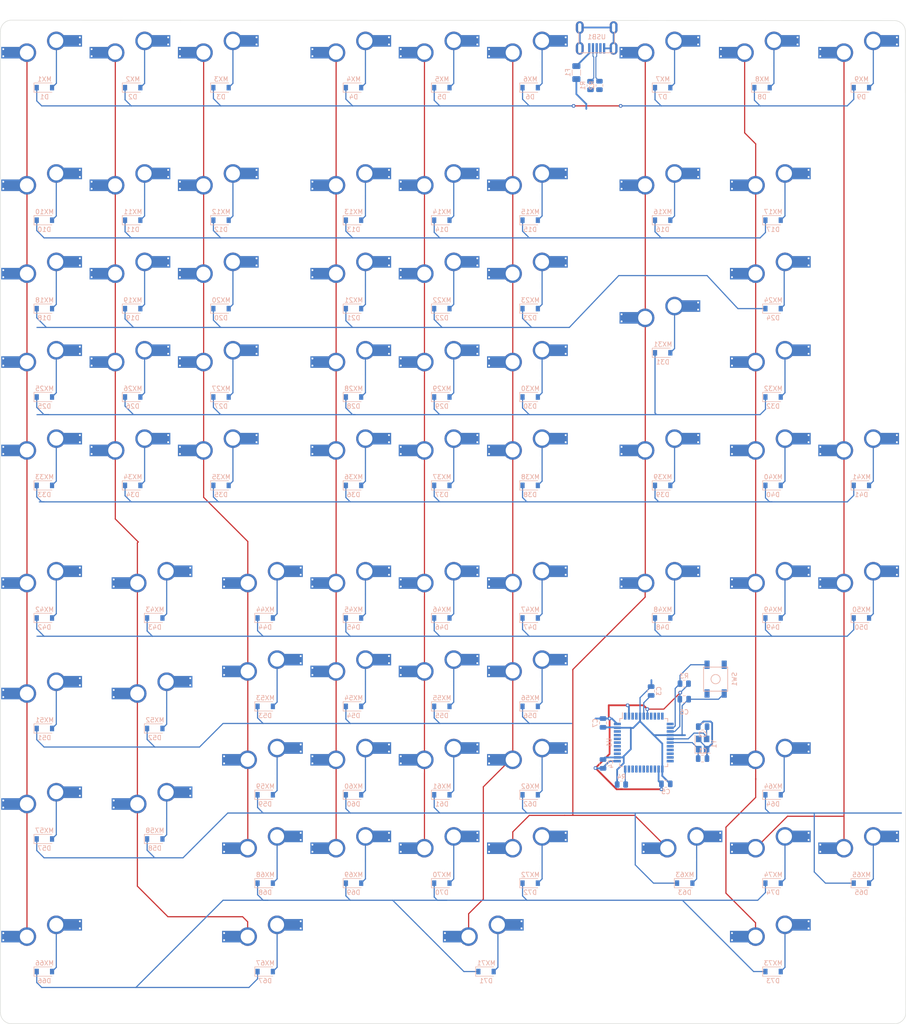
<source format=kicad_pcb>
(kicad_pcb (version 20211014) (generator pcbnew)
  (layers (0 "F.Cu" signal) (31 "B.Cu" signal) (34 "B.Paste" user) (35 "F.Paste" user) (36 "B.SilkS" user "B.Silkscreen") (37 "F.SilkS" user "F.Silkscreen") (38 "B.Mask" user) (39 "F.Mask" user) (44 "Edge.Cuts" user))
  (net 0 "")
  (net 1 "GND")
  (net 2 "Net-(C1-Pad2)")
  (net 3 "Net-(C2-Pad2)")
  (net 4 "Net-(C3-Pad1)")
  (net 5 "+5V")
  (net 6 "ROW0")
  (net 7 "Net-(D1-Pad2)")
  (net 8 "Net-(D2-Pad2)")
  (net 9 "Net-(D3-Pad2)")
  (net 10 "Net-(D4-Pad2)")
  (net 11 "Net-(D5-Pad2)")
  (net 12 "Net-(D6-Pad2)")
  (net 13 "Net-(D7-Pad2)")
  (net 14 "Net-(D8-Pad2)")
  (net 15 "Net-(D9-Pad2)")
  (net 16 "ROW1")
  (net 17 "Net-(D10-Pad2)")
  (net 18 "Net-(D11-Pad2)")
  (net 19 "Net-(D12-Pad2)")
  (net 20 "Net-(D13-Pad2)")
  (net 21 "Net-(D14-Pad2)")
  (net 22 "Net-(D15-Pad2)")
  (net 23 "Net-(D16-Pad2)")
  (net 24 "Net-(D17-Pad2)")
  (net 25 "ROW2")
  (net 26 "Net-(D18-Pad2)")
  (net 27 "Net-(D19-Pad2)")
  (net 28 "Net-(D20-Pad2)")
  (net 29 "Net-(D21-Pad2)")
  (net 30 "Net-(D22-Pad2)")
  (net 31 "Net-(D23-Pad2)")
  (net 32 "Net-(D24-Pad2)")
  (net 33 "ROW3")
  (net 34 "Net-(D25-Pad2)")
  (net 35 "Net-(D26-Pad2)")
  (net 36 "Net-(D27-Pad2)")
  (net 37 "Net-(D28-Pad2)")
  (net 38 "Net-(D29-Pad2)")
  (net 39 "Net-(D30-Pad2)")
  (net 40 "Net-(D31-Pad2)")
  (net 41 "Net-(D32-Pad2)")
  (net 42 "ROW4")
  (net 43 "Net-(D33-Pad2)")
  (net 44 "Net-(D34-Pad2)")
  (net 45 "Net-(D35-Pad2)")
  (net 46 "Net-(D36-Pad2)")
  (net 47 "Net-(D37-Pad2)")
  (net 48 "Net-(D38-Pad2)")
  (net 49 "Net-(D39-Pad2)")
  (net 50 "Net-(D40-Pad2)")
  (net 51 "Net-(D41-Pad2)")
  (net 52 "ROW5")
  (net 53 "Net-(D42-Pad2)")
  (net 54 "Net-(D43-Pad2)")
  (net 55 "Net-(D44-Pad2)")
  (net 56 "Net-(D45-Pad2)")
  (net 57 "Net-(D46-Pad2)")
  (net 58 "Net-(D47-Pad2)")
  (net 59 "Net-(D48-Pad2)")
  (net 60 "Net-(D49-Pad2)")
  (net 61 "Net-(D50-Pad2)")
  (net 62 "ROW6")
  (net 63 "Net-(D51-Pad2)")
  (net 64 "Net-(D52-Pad2)")
  (net 65 "Net-(D53-Pad2)")
  (net 66 "Net-(D54-Pad2)")
  (net 67 "Net-(D55-Pad2)")
  (net 68 "Net-(D56-Pad2)")
  (net 69 "ROW7")
  (net 70 "Net-(D57-Pad2)")
  (net 71 "Net-(D58-Pad2)")
  (net 72 "Net-(D59-Pad2)")
  (net 73 "Net-(D60-Pad2)")
  (net 74 "Net-(D61-Pad2)")
  (net 75 "Net-(D62-Pad2)")
  (net 76 "Net-(D63-Pad2)")
  (net 77 "Net-(D64-Pad2)")
  (net 78 "Net-(D65-Pad2)")
  (net 79 "ROW8")
  (net 80 "Net-(D66-Pad2)")
  (net 81 "Net-(D67-Pad2)")
  (net 82 "Net-(D68-Pad2)")
  (net 83 "Net-(D69-Pad2)")
  (net 84 "Net-(D70-Pad2)")
  (net 85 "Net-(D71-Pad2)")
  (net 86 "Net-(D72-Pad2)")
  (net 87 "Net-(D73-Pad2)")
  (net 88 "Net-(D74-Pad2)")
  (net 89 "VCC")
  (net 90 "COL0")
  (net 91 "cOL1")
  (net 92 "COL2")
  (net 93 "COL3")
  (net 94 "COL4")
  (net 95 "COL5")
  (net 96 "COL6")
  (net 97 "COL7")
  (net 98 "COL8")
  (net 99 "D-")
  (net 100 "P-")
  (net 101 "D+")
  (net 102 "P+")
  (net 103 "Net-(R3-Pad2)")
  (net 104 "Net-(R4-Pad1)")
  (footprint "MX_Only:MXOnly-1U-Hotswap-Antishear-Dvdcd-Mod" (layer "F.Cu") (at -308.0036 84.1629)
    (fp_text reference "MX11")
    (fp_text value "MX-NoLED")
  )
  (footprint "MX_Only:MXOnly-1U-Hotswap-Antishear-Dvdcd-Mod" (layer "F.Cu") (at -241.3286 207.9879)
    (fp_text reference "MX61")
    (fp_text value "MX-NoLED")
  )
  (footprint "MX_Only:MXOnly-1U-Hotswap-Antishear-Dvdcd-Mod" (layer "F.Cu") (at -327.0536 122.2629)
    (fp_text reference "MX25")
    (fp_text value "MX-NoLED")
  )
  (footprint "MX_Only:MXOnly-1U-Hotswap-Antishear-Dvdcd-Mod" (layer "F.Cu") (at -241.3286 55.5879)
    (fp_text reference "MX5")
    (fp_text value "MX-NoLED")
  )
  (footprint "MX_Only:MXOnly-1U-Hotswap-Antishear-Dvdcd-Mod" (layer "F.Cu") (at -222.2786 55.5879)
    (fp_text reference "MX6")
    (fp_text value "MX-NoLED")
  )
  (footprint "MX_Only:MXOnly-1U-Hotswap-Antishear-Dvdcd-Mod" (layer "F.Cu") (at -327.0536 193.7004)
    (fp_text reference "MX51")
    (fp_text value "MX-NoLED")
  )
  (footprint "MX_Only:MXOnly-1U-Hotswap-Antishear-Dvdcd-Mod" (layer "F.Cu") (at -241.3286 169.8879)
    (fp_text reference "MX46")
    (fp_text value "MX-NoLED")
  )
  (footprint "MX_Only:MXOnly-1U-Hotswap-Antishear-Dvdcd-Mod" (layer "F.Cu") (at -222.2786 227.0379)
    (fp_text reference "MX72")
    (fp_text value "MX-NoLED")
  )
  (footprint "MX_Only:MXOnly-1U-Hotswap-Antishear-Dvdcd-Mod" (layer "F.Cu") (at -327.0536 217.5129)
    (fp_text reference "MX57")
    (fp_text value "MX-NoLED")
  )
  (footprint "MX_Only:MXOnly-1U-Hotswap-Antishear-Dvdcd-Mod" (layer "F.Cu") (at -308.0036 103.2129)
    (fp_text reference "MX19")
    (fp_text value "MX-NoLED")
  )
  (footprint "MX_Only:MXOnly-1U-Hotswap-Antishear-Dvdcd-Mod" (layer "F.Cu") (at -260.3786 227.0379)
    (fp_text reference "MX69")
    (fp_text value "MX-NoLED")
  )
  (footprint "MX_Only:MXOnly-1U-Hotswap-Antishear-Dvdcd-Mod" (layer "F.Cu") (at -241.3286 188.9379)
    (fp_text reference "MX55")
    (fp_text value "MX-NoLED")
  )
  (footprint "MX_Only:MXOnly-1U-Hotswap-Antishear-Dvdcd-Mod" (layer "F.Cu") (at -241.3286 103.2129)
    (fp_text reference "MX22")
    (fp_text value "MX-NoLED")
  )
  (footprint "MX_Only:MXOnly-1U-Hotswap-Antishear-Dvdcd-Mod" (layer "F.Cu") (at -150.8411 55.5879)
    (fp_text reference "MX9")
    (fp_text value "MX-NoLED")
  )
  (footprint "MX_Only:MXOnly-1U-Hotswap-Antishear-Dvdcd-Mod" (layer "F.Cu") (at -279.4286 246.0879)
    (fp_text reference "MX67")
    (fp_text value "MX-NoLED")
  )
  (footprint "MX_Only:MXOnly-1U-Hotswap-Antishear-Dvdcd-Mod" (layer "F.Cu") (at -169.8911 169.8879)
    (fp_text reference "MX49")
    (fp_text value "MX-NoLED")
  )
  (footprint "MX_Only:MXOnly-1U-Hotswap-Antishear-Dvdcd-Mod" (layer "F.Cu") (at -288.9536 141.3129)
    (fp_text reference "MX35")
    (fp_text value "MX-NoLED")
  )
  (footprint "MX_Only:MXOnly-1U-Hotswap-Antishear-Dvdcd-Mod" (layer "F.Cu") (at -260.3786 141.3129)
    (fp_text reference "MX36")
    (fp_text value "MX-NoLED")
  )
  (footprint "MX_Only:MXOnly-1U-Hotswap-Antishear-Dvdcd-Mod" (layer "F.Cu") (at -288.9536 84.1629)
    (fp_text reference "MX12")
    (fp_text value "MX-NoLED")
  )
  (footprint "MX_Only:MXOnly-1U-Hotswap-Antishear-Dvdcd-Mod" (layer "F.Cu") (at -279.4286 227.0379)
    (fp_text reference "MX68")
    (fp_text value "MX-NoLED")
  )
  (footprint "MX_Only:MXOnly-1U-Hotswap-Antishear-Dvdcd-Mod" (layer "F.Cu") (at -327.0536 169.8879)
    (fp_text reference "MX42")
    (fp_text value "MX-NoLED")
  )
  (footprint "MX_Only:MXOnly-1U-Hotswap-Antishear-Dvdcd-Mod" (layer "F.Cu") (at -303.2411 193.7004)
    (fp_text reference "MX52")
    (fp_text value "MX-NoLED")
  )
  (footprint "marbastlib-mx:STAB_MX_2u" (layer "F.Cu") (at -231.8036 246.0879)
    (fp_text reference "S71" hide)
    (fp_text value "MX_stab")
  )
  (footprint "MX_Only:MXOnly-1U-Hotswap-Antishear-Dvdcd-Mod" (layer "F.Cu") (at -222.2786 84.1629)
    (fp_text reference "MX15")
    (fp_text value "MX-NoLED")
  )
  (footprint "MX_Only:MXOnly-1U-Hotswap-Antishear-Dvdcd-Mod" (layer "F.Cu") (at -241.3286 84.1629)
    (fp_text reference "MX14")
    (fp_text value "MX-NoLED")
  )
  (footprint "MX_Only:MXOnly-1U-Hotswap-Antishear-Dvdcd-Mod" (layer "F.Cu") (at -279.4286 188.9379)
    (fp_text reference "MX53")
    (fp_text value "MX-NoLED")
  )
  (footprint "MX_Only:MXOnly-1U-Hotswap-Antishear-Dvdcd-Mod" (layer "F.Cu") (at -169.8911 141.3129)
    (fp_text reference "MX40")
    (fp_text value "MX-NoLED")
  )
  (footprint "MX_Only:MXOnly-1U-Hotswap-Antishear-Dvdcd-Mod" (layer "F.Cu") (at -327.0536 246.0879)
    (fp_text reference "MX66")
    (fp_text value "MX-NoLED")
  )
  (footprint "MX_Only:MXOnly-1U-Hotswap-Antishear-Dvdcd-Mod" (layer "F.Cu") (at -327.0536 84.1629)
    (fp_text reference "MX10")
    (fp_text value "MX-NoLED")
  )
  (footprint "MX_Only:MXOnly-1U-Hotswap-Antishear-Dvdcd-Mod" (layer "F.Cu") (at -260.3786 103.2129)
    (fp_text reference "MX21")
    (fp_text value "MX-NoLED")
  )
  (footprint "MX_Only:MXOnly-1U-Hotswap-Antishear-Dvdcd-Mod" (layer "F.Cu") (at -222.2786 207.9879)
    (fp_text reference "MX62")
    (fp_text value "MX-NoLED")
  )
  (footprint "MX_Only:MXOnly-1U-Hotswap-Antishear-Dvdcd-Mod" (layer "F.Cu") (at -169.8911 122.2629)
    (fp_text reference "MX32")
    (fp_text value "MX-NoLED")
  )
  (footprint "MX_Only:MXOnly-1U-Hotswap-Antishear-Dvdcd-Mod" (layer "F.Cu") (at -222.2786 188.9379)
    (fp_text reference "MX56")
    (fp_text value "MX-NoLED")
  )
  (footprint "MX_Only:MXOnly-1U-Hotswap-Antishear-Dvdcd-Mod" (layer "F.Cu") (at -222.2786 141.3129)
    (fp_text reference "MX38")
    (fp_text value "MX-NoLED")
  )
  (footprint "MX_Only:MXOnly-1U-Hotswap-Antishear-Dvdcd-Mod" (layer "F.Cu") (at -279.4286 169.8879)
    (fp_text reference "MX44")
    (fp_text value "MX-NoLED")
  )
  (footprint "MX_Only:MXOnly-1U-Hotswap-Antishear-Dvdcd-Mod" (layer "F.Cu") (at -169.8911 227.0379)
    (fp_text reference "MX74")
    (fp_text value "MX-NoLED")
  )
  (footprint "MX_Only:MXOnly-1U-Hotswap-Antishear-Dvdcd-Mod" (layer "F.Cu") (at -260.3786 122.2629)
    (fp_text reference "MX28")
    (fp_text value "MX-NoLED")
  )
  (footprint "MX_Only:MXOnly-1U-Hotswap-Antishear-Dvdcd-Mod" (layer "F.Cu") (at -222.2786 122.2629)
    (fp_text reference "MX30")
    (fp_text value "MX-NoLED")
  )
  (footprint "MX_Only:MXOnly-1U-Hotswap-Antishear-Dvdcd-Mod" (layer "F.Cu") (at -188.9411 227.0379)
    (fp_text reference "MX63")
    (fp_text value "MX-NoLED")
  )
  (footprint "MX_Only:MXOnly-1U-Hotswap-Antishear-Dvdcd-Mod" (layer "F.Cu") (at -260.3786 207.9879)
    (fp_text reference "MX60")
    (fp_text value "MX-NoLED")
  )
  (footprint "MX_Only:MXOnly-1U-Hotswap-Antishear-Dvdcd-Mod" (layer "F.Cu") (at -260.3786 169.8879)
    (fp_text reference "MX45")
    (fp_text value "MX-NoLED")
  )
  (footprint "MX_Only:MXOnly-1U-Hotswap-Antishear-Dvdcd-Mod" (layer "F.Cu") (at -169.8911 207.9879)
    (fp_text reference "MX64")
    (fp_text value "MX-NoLED")
  )
  (footprint "MX_Only:MXOnly-1U-Hotswap-Antishear-Dvdcd-Mod" (layer "F.Cu") (at -308.0036 122.2629)
    (fp_text reference "MX26")
    (fp_text value "MX-NoLED")
  )
  (footprint "MX_Only:MXOnly-1U-Hotswap-Antishear-Dvdcd-Mod" (layer "F.Cu") (at -169.8911 103.2129)
    (fp_text reference "MX24")
    (fp_text value "MX-NoLED")
  )
  (footprint "MX_Only:MXOnly-1U-Hotswap-Antishear-Dvdcd-Mod" (layer "F.Cu") (at -260.3786 84.1629)
    (fp_text reference "MX13")
    (fp_text value "MX-NoLED")
  )
  (footprint "MX_Only:MXOnly-1U-Hotswap-Antishear-Dvdcd-Mod" (layer "F.Cu") (at -231.8036 246.0879)
    (fp_text reference "MX71")
    (fp_text value "MX-NoLED")
  )
  (footprint "MX_Only:MXOnly-1U-Hotswap-Antishear-Dvdcd-Mod" (layer "F.Cu") (at -241.3286 141.3129)
    (fp_text reference "MX37")
    (fp_text value "MX-NoLED")
  )
  (footprint "MX_Only:MXOnly-1U-Hotswap-Antishear-Dvdcd-Mod" (layer "F.Cu") (at -327.0536 55.5879)
    (fp_text reference "MX1")
    (fp_text value "MX-NoLED")
  )
  (footprint "MX_Only:MXOnly-1U-Hotswap-Antishear-Dvdcd-Mod" (layer "F.Cu") (at -222.2786 103.2129)
    (fp_text reference "MX23")
    (fp_text value "MX-NoLED")
  )
  (footprint "MX_Only:MXOnly-1U-Hotswap-Antishear-Dvdcd-Mod" (layer "F.Cu") (at -222.2786 169.8879)
    (fp_text reference "MX47")
    (fp_text value "MX-NoLED")
  )
  (footprint "MX_Only:MXOnly-1U-Hotswap-Antishear-Dvdcd-Mod" (layer "F.Cu") (at -288.9536 55.5879)
    (fp_text reference "MX3")
    (fp_text value "MX-NoLED")
  )
  (footprint "MX_Only:MXOnly-1U-Hotswap-Antishear-Dvdcd-Mod" (layer "F.Cu") (at -241.3286 227.0379)
    (fp_text reference "MX70")
    (fp_text value "MX-NoLED")
  )
  (footprint "MX_Only:MXOnly-1U-Hotswap-Antishear-Dvdcd-Mod" (layer "F.Cu") (at -193.7036 84.1629)
    (fp_text reference "MX16")
    (fp_text value "MX-NoLED")
  )
  (footprint "MX_Only:MXOnly-1U-Hotswap-Antishear-Dvdcd-Mod" (layer "F.Cu") (at -172.27235 55.5879)
    (fp_text reference "MX8")
    (fp_text value "MX-NoLED")
  )
  (footprint "MX_Only:MXOnly-1U-Hotswap-Antishear-Dvdcd-Mod" (layer "F.Cu") (at -327.0536 141.3129)
    (fp_text reference "MX33")
    (fp_text value "MX-NoLED")
  )
  (footprint "MX_Only:MXOnly-1U-Hotswap-Antishear-Dvdcd-Mod" (layer "F.Cu") (at -308.0036 55.5879)
    (fp_text reference "MX2")
    (fp_text value "MX-NoLED")
  )
  (footprint "MX_Only:MXOnly-1U-Hotswap-Antishear-Dvdcd-Mod" (layer "F.Cu") (at -288.9536 122.2629)
    (fp_text reference "MX27")
    (fp_text value "MX-NoLED")
  )
  (footprint "MX_Only:MXOnly-1U-Hotswap-Antishear-Dvdcd-Mod" (layer "F.Cu") (at -193.7036 112.7379)
    (fp_text reference "MX31")
    (fp_text value "MX-NoLED")
  )
  (footprint "MX_Only:MXOnly-1U-Hotswap-Antishear-Dvdcd-Mod" (layer "F.Cu") (at -150.8411 169.8879)
    (fp_text reference "MX50")
    (fp_text value "MX-NoLED")
  )
  (footprint "MX_Only:MXOnly-1U-Hotswap-Antishear-Dvdcd-Mod" (layer "F.Cu") (at -150.8411 141.3129)
    (fp_text reference "MX41")
    (fp_text value "MX-NoLED")
  )
  (footprint "MX_Only:MXOnly-1U-Hotswap-Antishear-Dvdcd-Mod" (layer "F.Cu") (at -279.4286 207.9879)
    (fp_text reference "MX59")
    (fp_text value "MX-NoLED")
  )
  (footprint "MX_Only:MXOnly-1U-Hotswap-Antishear-Dvdcd-Mod" (layer "F.Cu") (at -150.8411 227.0379)
    (fp_text reference "MX65")
    (fp_text value "MX-NoLED")
  )
  (footprint "MX_Only:MXOnly-1U-Hotswap-Antishear-Dvdcd-Mod" (layer "F.Cu") (at -193.7036 169.8879)
    (fp_text reference "MX48")
    (fp_text value "MX-NoLED")
  )
  (footprint "MX_Only:MXOnly-1U-Hotswap-Antishear-Dvdcd-Mod" (layer "F.Cu") (at -303.2411 217.5129)
    (fp_text reference "MX58")
    (fp_text value "MX-NoLED")
  )
  (footprint "MX_Only:MXOnly-1U-Hotswap-Antishear-Dvdcd-Mod" (layer "F.Cu") (at -169.8911 246.0879)
    (fp_text reference "MX73")
    (fp_text value "MX-NoLED")
  )
  (footprint "MX_Only:MXOnly-1U-Hotswap-Antishear-Dvdcd-Mod" (layer "F.Cu") (at -288.9536 103.2129)
    (fp_text reference "MX20")
    (fp_text value "MX-NoLED")
  )
  (footprint "MX_Only:MXOnly-1U-Hotswap-Antishear-Dvdcd-Mod" (layer "F.Cu") (at -303.2411 169.8879)
    (fp_text reference "MX43")
    (fp_text value "MX-NoLED")
  )
  (footprint "MX_Only:MXOnly-1U-Hotswap-Antishear-Dvdcd-Mod" (layer "F.Cu") (at -308.0036 141.3129)
    (fp_text reference "MX34")
    (fp_text value "MX-NoLED")
  )
  (footprint "MX_Only:MXOnly-1U-Hotswap-Antishear-Dvdcd-Mod" (layer "F.Cu") (at -193.7036 141.3129)
    (fp_text reference "MX39")
    (fp_text value "MX-NoLED")
  )
  (footprint "MX_Only:MXOnly-1U-Hotswap-Antishear-Dvdcd-Mod" (layer "F.Cu") (at -169.8911 84.1629)
    (fp_text reference "MX17")
    (fp_text value "MX-NoLED")
  )
  (footprint "MX_Only:MXOnly-1U-Hotswap-Antishear-Dvdcd-Mod" (layer "F.Cu") (at -260.3786 55.5879)
    (fp_text reference "MX4")
    (fp_text value "MX-NoLED")
  )
  (footprint "MX_Only:MXOnly-1U-Hotswap-Antishear-Dvdcd-Mod" (layer "F.Cu") (at -193.7036 55.5879)
    (fp_text reference "MX7")
    (fp_text value "MX-NoLED")
  )
  (footprint "MX_Only:MXOnly-1U-Hotswap-Antishear-Dvdcd-Mod" (layer "F.Cu") (at -327.0536 103.2129)
    (fp_text reference "MX18")
    (fp_text value "MX-NoLED")
  )
  (footprint "MX_Only:MXOnly-1U-Hotswap-Antishear-Dvdcd-Mod" (layer "F.Cu") (at -260.3786 188.9379)
    (fp_text reference "MX54")
    (fp_text value "MX-NoLED")
  )
  (footprint "MX_Only:MXOnly-1U-Hotswap-Antishear-Dvdcd-Mod" (layer "F.Cu") (at -241.3286 122.2629)
    (fp_text reference "MX29")
    (fp_text value "MX-NoLED")
  )
  (footprint "Diode_SMD:D_SOD-123" (layer "B.Cu") (at -169.9165 108.204)
    (fp_text reference "D24")
    (fp_text value "SOD-123")
  )
  (footprint "Diode_SMD:D_SOD-123" (layer "B.Cu") (at -279.454 193.929)
    (fp_text reference "D53")
    (fp_text value "SOD-123")
  )
  (footprint "Diode_SMD:D_SOD-123" (layer "B.Cu") (at -241.354 127.254)
    (fp_text reference "D29")
    (fp_text value "SOD-123")
  )
  (footprint "Capacitor_SMD:C_0805_2012Metric" (layer "B.Cu") (at -193.0475 210.63125)
    (fp_text reference "C5")
    (fp_text value "0.1uF")
  )
  (footprint "Diode_SMD:D_SOD-123" (layer "B.Cu") (at -222.304 60.579)
    (fp_text reference "D6")
    (fp_text value "SOD-123")
  )
  (footprint "Capacitor_SMD:C_0805_2012Metric" (layer "B.Cu") (at -185.13 205.18 180)
    (fp_text reference "C1")
    (fp_text value "22pF")
  )
  (footprint "Crystal:Crystal_SMD_3225-4Pin_3.2x2.5mm" (layer "B.Cu") (at -185.11 202.0415 90)
    (fp_text reference "Y1")
    (fp_text value "16MHz")
  )
  (footprint "Diode_SMD:D_SOD-123" (layer "B.Cu") (at -327.079 146.304)
    (fp_text reference "D33")
    (fp_text value "SOD-123")
  )
  (footprint "Diode_SMD:D_SOD-123" (layer "B.Cu") (at -260.404 89.154)
    (fp_text reference "D13")
    (fp_text value "SOD-123")
  )
  (footprint "Diode_SMD:D_SOD-123" (layer "B.Cu") (at -308.029 89.154)
    (fp_text reference "D11")
    (fp_text value "SOD-123")
  )
  (footprint "Diode_SMD:D_SOD-123" (layer "B.Cu") (at -150.8665 60.579)
    (fp_text reference "D9")
    (fp_text value "SOD-123")
  )
  (footprint "Diode_SMD:D_SOD-123" (layer "B.Cu") (at -308.029 108.204)
    (fp_text reference "D19")
    (fp_text value "SOD-123")
  )
  (footprint "Diode_SMD:D_SOD-123" (layer "B.Cu") (at -303.2665 198.6915)
    (fp_text reference "D52")
    (fp_text value "SOD-123")
  )
  (footprint "Capacitor_SMD:C_0805_2012Metric" (layer "B.Cu") (at -206.6 206.336252 90)
    (fp_text reference "C4")
    (fp_text value "0.1uF")
  )
  (footprint "Resistor_SMD:R_0805_2012Metric" (layer "B.Cu") (at -189.07875 189.03125 180)
    (fp_text reference "R3")
    (fp_text value "10k")
  )
  (footprint "Diode_SMD:D_SOD-123" (layer "B.Cu") (at -172.29775 60.579)
    (fp_text reference "D8")
    (fp_text value "SOD-123")
  )
  (footprint "Diode_SMD:D_SOD-123" (layer "B.Cu") (at -169.9165 251.079)
    (fp_text reference "D73")
    (fp_text value "SOD-123")
  )
  (footprint "Diode_SMD:D_SOD-123" (layer "B.Cu") (at -193.729 146.304)
    (fp_text reference "D39")
    (fp_text value "SOD-123")
  )
  (footprint "Diode_SMD:D_SOD-123" (layer "B.Cu") (at -279.454 212.979)
    (fp_text reference "D59")
    (fp_text value "SOD-123")
  )
  (footprint "Diode_SMD:D_SOD-123" (layer "B.Cu") (at -308.029 146.304)
    (fp_text reference "D34")
    (fp_text value "SOD-123")
  )
  (footprint "Diode_SMD:D_SOD-123" (layer "B.Cu") (at -260.404 193.929)
    (fp_text reference "D54")
    (fp_text value "SOD-123")
  )
  (footprint "Diode_SMD:D_SOD-123" (layer "B.Cu") (at -222.304 89.154)
    (fp_text reference "D15")
    (fp_text value "SOD-123")
  )
  (footprint "Diode_SMD:D_SOD-123" (layer "B.Cu") (at -188.9665 232.029)
    (fp_text reference "D63")
    (fp_text value "SOD-123")
  )
  (footprint "Diode_SMD:D_SOD-123" (layer "B.Cu") (at -260.404 146.304)
    (fp_text reference "D36")
    (fp_text value "SOD-123")
  )
  (footprint "Diode_SMD:D_SOD-123" (layer "B.Cu") (at -222.304 212.979)
    (fp_text reference "D62")
    (fp_text value "SOD-123")
  )
  (footprint "random-keyboard-parts:Molex-0548190589" (layer "B.Cu") (at -207.9625 47.625 -90)
    (fp_text reference "USB1")
    (fp_text value "Molex-0548190589")
  )
  (footprint "Diode_SMD:D_SOD-123" (layer "B.Cu") (at -193.729 117.729)
    (fp_text reference "D31")
    (fp_text value "SOD-123")
  )
  (footprint "Diode_SMD:D_SOD-123" (layer "B.Cu") (at -241.354 108.204)
    (fp_text reference "D22")
    (fp_text value "SOD-123")
  )
  (footprint "Diode_SMD:D_SOD-123" (layer "B.Cu") (at -169.9165 89.154)
    (fp_text reference "D17")
    (fp_text value "SOD-123")
  )
  (footprint "Diode_SMD:D_SOD-123" (layer "B.Cu") (at -241.354 89.154)
    (fp_text reference "D14")
    (fp_text value "SOD-123")
  )
  (footprint "Diode_SMD:D_SOD-123" (layer "B.Cu") (at -260.404 60.579)
    (fp_text reference "D4")
    (fp_text value "SOD-123")
  )
  (footprint "Capacitor_SMD:C_0805_2012Metric" (layer "B.Cu") (at -185.11 198.3)
    (fp_text reference "C2")
    (fp_text value "22pF")
  )
  (footprint "Diode_SMD:D_SOD-123" (layer "B.Cu") (at -288.979 60.579)
    (fp_text reference "D3")
    (fp_text value "SOD-123")
  )
  (footprint "Diode_SMD:D_SOD-123" (layer "B.Cu") (at -222.304 108.204)
    (fp_text reference "D23")
    (fp_text value "SOD-123")
  )
  (footprint "Diode_SMD:D_SOD-123" (layer "B.Cu") (at -303.2665 174.879)
    (fp_text reference "D43")
    (fp_text value "SOD-123")
  )
  (footprint "Diode_SMD:D_SOD-123" (layer "B.Cu") (at -327.079 198.6915)
    (fp_text reference "D51")
    (fp_text value "SOD-123")
  )
  (footprint "Diode_SMD:D_SOD-123" (layer "B.Cu") (at -169.9165 212.979)
    (fp_text reference "D64")
    (fp_text value "SOD-123")
  )
  (footprint "Diode_SMD:D_SOD-123" (layer "B.Cu") (at -241.354 193.929)
    (fp_text reference "D55")
    (fp_text value "SOD-123")
  )
  (footprint "Diode_SMD:D_SOD-123" (layer "B.Cu") (at -241.354 212.979)
    (fp_text reference "D61")
    (fp_text value "SOD-123")
  )
  (footprint "Diode_SMD:D_SOD-123" (layer "B.Cu") (at -241.354 232.029)
    (fp_text reference "D70")
    (fp_text value "SOD-123")
  )
  (footprint "Diode_SMD:D_SOD-123" (layer "B.Cu") (at -260.404 127.254)
    (fp_text reference "D28")
    (fp_text value "SOD-123")
  )
  (footprint "Diode_SMD:D_SOD-123" (layer "B.Cu") (at -260.404 108.204)
    (fp_text reference "D21")
    (fp_text value "SOD-123")
  )
  (footprint "Diode_SMD:D_SOD-123" (layer "B.Cu") (at -279.454 174.879)
    (fp_text reference "D44")
    (fp_text value "SOD-123")
  )
  (footprint "Diode_SMD:D_SOD-123" (layer "B.Cu") (at -169.9165 146.304)
    (fp_text reference "D40")
    (fp_text value "SOD-123")
  )
  (footprint "Diode_SMD:D_SOD-123" (layer "B.Cu") (at -150.8665 146.304)
    (fp_text reference "D41")
    (fp_text value "SOD-123")
  )
  (footprint "Diode_SMD:D_SOD-123" (layer "B.Cu") (at -193.729 60.579)
    (fp_text reference "D7")
    (fp_text value "SOD-123")
  )
  (footprint "Diode_SMD:D_SOD-123" (layer "B.Cu") (at -150.8665 232.029)
    (fp_text reference "D65")
    (fp_text value "SOD-123")
  )
  (footprint "Diode_SMD:D_SOD-123" (layer "B.Cu") (at -260.404 232.029)
    (fp_text reference "D69")
    (fp_text value "SOD-123")
  )
  (footprint "Diode_SMD:D_SOD-123" (layer "B.Cu") (at -327.079 108.204)
    (fp_text reference "D18")
    (fp_text value "SOD-123")
  )
  (footprint "Diode_SMD:D_SOD-123" (layer "B.Cu") (at -308.029 127.254)
    (fp_text reference "D26")
    (fp_text value "SOD-123")
  )
  (footprint "Capacitor_SMD:C_0805_2012Metric" (layer "B.Cu") (at -189.07875 192.375)
    (fp_text reference "C6")
    (fp_text value "0.1uF")
  )
  (footprint "Diode_SMD:D_SOD-123" (layer "B.Cu") (at -231.829 251.079)
    (fp_text reference "D71")
    (fp_text value "SOD-123")
  )
  (footprint "Diode_SMD:D_SOD-123" (layer "B.Cu") (at -222.304 174.879)
    (fp_text reference "D47")
    (fp_text value "SOD-123")
  )
  (footprint "Diode_SMD:D_SOD-123" (layer "B.Cu") (at -327.079 127.254)
    (fp_text reference "D25")
    (fp_text value "SOD-123")
  )
  (footprint "Diode_SMD:D_SOD-123" (layer "B.Cu") (at -241.354 60.579)
    (fp_text reference "D5")
    (fp_text value "SOD-123")
  )
  (footprint "Diode_SMD:D_SOD-123" (layer "B.Cu") (at -288.979 108.204)
    (fp_text reference "D20")
    (fp_text value "SOD-123")
  )
  (footprint "Capacitor_SMD:C_0805_2012Metric" (layer "B.Cu") (at -206.6 197.501248 -90)
    (fp_text reference "C7")
    (fp_text value "10uF")
  )
  (footprint "Diode_SMD:D_SOD-123" (layer "B.Cu") (at -327.079 174.879)
    (fp_text reference "D42")
    (fp_text value "SOD-123")
  )
  (footprint "Fuse:Fuse_1206_3216Metric" (layer "B.Cu") (at -212.344 57.3375 -90)
    (fp_text reference "F1")
    (fp_text value "500mA")
  )
  (footprint "Diode_SMD:D_SOD-123" (layer "B.Cu") (at -327.079 251.079)
    (fp_text reference "D66")
    (fp_text value "SOD-123")
  )
  (footprint "Diode_SMD:D_SOD-123" (layer "B.Cu") (at -241.354 174.879)
    (fp_text reference "D46")
    (fp_text value "SOD-123")
  )
  (footprint "Diode_SMD:D_SOD-123" (layer "B.Cu") (at -150.8665 174.879)
    (fp_text reference "D50")
    (fp_text value "SOD-123")
  )
  (footprint "Diode_SMD:D_SOD-123" (layer "B.Cu") (at -303.2665 222.504)
    (fp_text reference "D58")
    (fp_text value "SOD-123")
  )
  (footprint "Diode_SMD:D_SOD-123" (layer "B.Cu") (at -260.404 174.879)
    (fp_text reference "D45")
    (fp_text value "SOD-123")
  )
  (footprint "Diode_SMD:D_SOD-123" (layer "B.Cu") (at -169.9165 232.029)
    (fp_text reference "D74")
    (fp_text value "SOD-123")
  )
  (footprint "Diode_SMD:D_SOD-123" (layer "B.Cu") (at -222.304 232.029)
    (fp_text reference "D72")
    (fp_text value "SOD-123")
  )
  (footprint "Resistor_SMD:R_0805_2012Metric" (layer "B.Cu") (at -202.636 210.78 180)
    (fp_text reference "R4")
    (fp_text value "10k")
  )
  (footprint "Diode_SMD:D_SOD-123" (layer "B.Cu") (at -241.354 146.304)
    (fp_text reference "D37")
    (fp_text value "SOD-123")
  )
  (footprint "Diode_SMD:D_SOD-123" (layer "B.Cu") (at -327.079 60.579)
    (fp_text reference "D1")
    (fp_text value "SOD-123")
  )
  (footprint "Diode_SMD:D_SOD-123" (layer "B.Cu") (at -193.729 174.879)
    (fp_text reference "D48")
    (fp_text value "SOD-123")
  )
  (footprint "Package_QFP:TQFP-44_10x10mm_P0.8mm" (layer "B.Cu") (at -197.81 201.73125 -90)
    (fp_text reference "U1")
    (fp_text value "ATmega32U4-A")
  )
  (footprint "Diode_SMD:D_SOD-123" (layer "B.Cu") (at -222.304 127.254)
    (fp_text reference "D30")
    (fp_text value "SOD-123")
  )
  (footprint "Diode_SMD:D_SOD-123" (layer "B.Cu") (at -222.304 193.929)
    (fp_text reference "D56")
    (fp_text value "SOD-123")
  )
  (footprint "Diode_SMD:D_SOD-123" (layer "B.Cu") (at -169.9165 174.879)
    (fp_text reference "D49")
    (fp_text value "SOD-123")
  )
  (footprint "Diode_SMD:D_SOD-123" (layer "B.Cu") (at -288.979 127.254)
    (fp_text reference "D27")
    (fp_text value "SOD-123")
  )
  (footprint "Resistor_SMD:R_0805_2012Metric" (layer "B.Cu") (at -207.37 60.1125 -90)
    (fp_text reference "R2")
    (fp_text value "22")
  )
  (footprint "Diode_SMD:D_SOD-123" (layer "B.Cu") (at -308.029 60.579)
    (fp_text reference "D2")
    (fp_text value "SOD-123")
  )
  (footprint "Diode_SMD:D_SOD-123" (layer "B.Cu") (at -222.304 146.304)
    (fp_text reference "D38")
    (fp_text value "SOD-123")
  )
  (footprint "Diode_SMD:D_SOD-123" (layer "B.Cu") (at -169.9165 127.254)
    (fp_text reference "D32")
    (fp_text value "SOD-123")
  )
  (footprint "Diode_SMD:D_SOD-123" (layer "B.Cu") (at -279.454 251.079)
    (fp_text reference "D67")
    (fp_text value "SOD-123")
  )
  (footprint "Capacitor_SMD:C_0805_2012Metric" (layer "B.Cu") (at -196.2225 190.61875 90)
    (fp_text reference "C3")
    (fp_text value "1uF")
  )
  (footprint "Resistor_SMD:R_0805_2012Metric" (layer "B.Cu") (at -209.3 60.1325 -90)
    (fp_text reference "R1")
    (fp_text value "22")
  )
  (footprint "random-keyboard-parts:SKQG-1155865" (layer "B.Cu") (at -182.31 188.06 -90)
    (fp_text reference "SW1")
    (fp_text value "SW_Push")
  )
  (footprint "Diode_SMD:D_SOD-123" (layer "B.Cu") (at -288.979 89.154)
    (fp_text reference "D12")
    (fp_text value "SOD-123")
  )
  (footprint "Diode_SMD:D_SOD-123" (layer "B.Cu") (at -327.079 89.154)
    (fp_text reference "D10")
    (fp_text value "SOD-123")
  )
  (footprint "Diode_SMD:D_SOD-123" (layer "B.Cu") (at -260.404 212.979)
    (fp_text reference "D60")
    (fp_text value "SOD-123")
  )
  (footprint "Diode_SMD:D_SOD-123" (layer "B.Cu") (at -288.979 146.304)
    (fp_text reference "D35")
    (fp_text value "SOD-123")
  )
  (footprint "Diode_SMD:D_SOD-123" (layer "B.Cu") (at -327.079 222.504)
    (fp_text reference "D57")
    (fp_text value "SOD-123")
  )
  (footprint "Diode_SMD:D_SOD-123" (layer "B.Cu") (at -193.729 89.154)
    (fp_text reference "D16")
    (fp_text value "SOD-123")
  )
  (footprint "Diode_SMD:D_SOD-123" (layer "B.Cu") (at -279.454 232.029)
    (fp_text reference "D68")
    (fp_text value "SOD-123")
  )
  (gr_arc (start -143.765048 46.133798) (mid -142.08125 46.83125) (end -141.383798 48.515048) (layer "Edge.Cuts") (width 0.1))
  (gr_line (start -336.55 259.936202) (end -336.55 48.41875) (layer "Edge.Cuts") (width 0.1))
  (gr_line (start -141.2875 259.936202) (end -141.383798 48.515048) (layer "Edge.Cuts") (width 0.1))
  (gr_arc (start -141.2875 259.936202) (mid -141.984952 261.62) (end -143.66875 262.317452) (layer "Edge.Cuts") (width 0.1))
  (gr_arc (start -334.16875 262.317452) (mid -335.852548 261.62) (end -336.55 259.936202) (layer "Edge.Cuts") (width 0.1))
  (gr_line (start -334.16875 262.317452) (end -143.66875 262.317452) (layer "Edge.Cuts") (width 0.1))
  (gr_line (start -143.765048 46.133798) (end -334.16875 46.0375) (layer "Edge.Cuts") (width 0.1))
  (gr_arc (start -336.55 48.41875) (mid -335.852548 46.734952) (end -334.16875 46.0375) (layer "Edge.Cuts") (width 0.1))
  (segment (start -184.18 205.18) (end -184.18 203.2215) (width 0.381) (layer "B.Cu") (net 1))
  (segment (start -185.96 201.128) (end -184.26 202.828) (width 0.25) (layer "B.Cu") (net 1))
  (segment (start -200.66075 198.53125) (end -203.51 198.53125) (width 0.381) (layer "B.Cu") (net 1))
  (segment (start -206.6 205.386252) (end -206.144998 204.93125) (width 0.381) (layer "B.Cu") (net 1))
  (segment (start -203.590002 198.451248) (end -203.51 198.53125) (width 0.381) (layer "B.Cu") (net 1))
  (segment (start -198.61 192.05625) (end -198.61 196.03125) (width 0.25) (layer "B.Cu") (net 1))
  (segment (start -198.61 197.102) (end -198.61 196.03125) (width 0.381) (layer "B.Cu") (net 1))
  (segment (start -189.53875 200.13125) (end -188.91225 200.13125) (width 0.381) (layer "B.Cu") (net 1))
  (segment (start -184.28 205.08) (end -184.18 205.18) (width 0.381) (layer "B.Cu") (net 1))
  (segment (start -200.096 198.588) (end -198.61 197.102) (width 0.381) (layer "B.Cu") (net 1))
  (segment (start -204.3125 47.625) (end -211.6125 47.625) (width 0.381) (layer "B.Cu") (net 1))
  (segment (start -200.604 198.588) (end -200.66075 198.53125) (width 0.381) (layer "B.Cu") (net 1))
  (segment (start -185.96 200.9415) (end -185.96 201.128) (width 0.25) (layer "B.Cu") (net 1))
  (segment (start -189.53875 193.785) (end -189.53875 200.13125) (width 0.25) (layer "B.Cu") (net 1))
  (segment (start -193.81 208.91875) (end -193.81 207.43125) (width 0.381) (layer "B.Cu") (net 1))
  (segment (start -184.26 202.828) (end -184.26 203.1415) (width 0.25) (layer "B.Cu") (net 1))
  (segment (start -188.12875 192.375) (end -189.53875 193.785) (width 0.25) (layer "B.Cu") (net 1))
  (segment (start -184.18 203.2215) (end -184.26 203.1415) (width 0.381) (layer "B.Cu") (net 1))
  (segment (start -196.16 188.27) (end -196.16 189.60625) (width 0.381) (layer "B.Cu") (net 1))
  (segment (start -195.641 200.13125) (end -192.11 200.13125) (width 0.381) (layer "B.Cu") (net 1))
  (segment (start -203.51 204.93125) (end -202.379 204.93125) (width 0.381) (layer "B.Cu") (net 1))
  (segment (start -183.06 201.9415) (end -184.26 203.1415) (width 0.381) (layer "B.Cu") (net 1))
  (segment (start -196.2225 189.66875) (end -198.61 192.05625) (width 0.25) (layer "B.Cu") (net 1))
  (segment (start -200.604 198.588) (end -200.096 198.588) (width 0.381) (layer "B.Cu") (net 1))
  (segment (start -204.3125 52.125) (end -204.3125 47.625) (width 0.381) (layer "B.Cu") (net 1))
  (segment (start -193.81 201.96225) (end -196.100125 199.672125) (width 0.381) (layer "B.Cu") (net 1))
  (segment (start -183.06 197.52) (end -183.06 201.9415) (width 0.381) (layer "B.Cu") (net 1))
  (segment (start -203.5485 207.57575) (end -203.5485 210.78) (width 0.381) (layer "B.Cu") (net 1))
  (segment (start -198.61 197.16225) (end -196.100125 199.672125) (width 0.381) (layer "B.Cu") (net 1))
  (segment (start -193.81 207.43125) (end -193.81 201.96225) (width 0.381) (layer "B.Cu") (net 1))
  (segment (start -204.3125 52.125) (end -206.3625 52.125) (width 0.381) (layer "B.Cu") (net 1))
  (segment (start -196.16 189.60625) (end -196.2225 189.66875) (width 0.381) (layer "B.Cu") (net 1))
  (segment (start -192.0975 210.63125) (end -193.81 208.91875) (width 0.381) (layer "B.Cu") (net 1))
  (segment (start -202.129875 204.682125) (end -200.604 203.15625) (width 0.381) (layer "B.Cu") (net 1))
  (segment (start -184.9445 197.1845) (end -183.3955 197.1845) (width 0.381) (layer "B.Cu") (net 1))
  (segment (start -200.604 203.15625) (end -200.604 198.588) (width 0.381) (layer "B.Cu") (net 1))
  (segment (start -183.3955 197.1845) (end -183.06 197.52) (width 0.381) (layer "B.Cu") (net 1))
  (segment (start -196.100125 199.672125) (end -195.641 200.13125) (width 0.381) (layer "B.Cu") (net 1))
  (segment (start -202.379 204.93125) (end -202.129875 204.682125) (width 0.381) (layer "B.Cu") (net 1))
  (segment (start -192.11 200.13125) (end -189.53875 200.13125) (width 0.381) (layer "B.Cu") (net 1))
  (segment (start -188.11875 192.385) (end -181.685 192.385) (width 0.25) (layer "B.Cu") (net 1))
  (segment (start -186.06 198.3) (end -184.9445 197.1845) (width 0.381) (layer "B.Cu") (net 1))
  (segment (start -188.12875 192.375) (end -188.11875 192.385) (width 0.25) (layer "B.Cu") (net 1))
  (segment (start -202.129875 206.157125) (end -203.5485 207.57575) (width 0.381) (layer "B.Cu") (net 1))
  (segment (start -206.6 198.451248) (end -203.590002 198.451248) (width 0.381) (layer "B.Cu") (net 1))
  (segment (start -198.61 196.03125) (end -198.61 197.16225) (width 0.381) (layer "B.Cu") (net 1))
  (segment (start -211.6125 47.625) (end -211.6125 52.125) (width 0.381) (layer "B.Cu") (net 1))
  (segment (start -186.06 200.8415) (end -185.96 200.9415) (width 0.381) (layer "B.Cu") (net 1))
  (segment (start -206.144998 204.93125) (end -203.51 204.93125) (width 0.381) (layer "B.Cu") (net 1))
  (segment (start -202.129875 204.682125) (end -202.129875 206.157125) (width 0.381) (layer "B.Cu") (net 1))
  (segment (start -181.685 192.385) (end -180.46 191.16) (width 0.25) (layer "B.Cu") (net 1))
  (segment (start -192.11 201.73125) (end -187.37025 201.73125) (width 0.25) (layer "B.Cu") (net 2))
  (segment (start -187.37025 201.73125) (end -185.96 203.1415) (width 0.25) (layer "B.Cu") (net 2))
  (segment (start -186.08 205.18) (end -186.08 203.2615) (width 0.25) (layer "B.Cu") (net 2))
  (segment (start -185.98 205.08) (end -186.08 205.18) (width 0.25) (layer "B.Cu") (net 2))
  (segment (start -186.08 203.2615) (end -185.96 203.1415) (width 0.25) (layer "B.Cu") (net 2))
  (segment (start -191.46 201.636) (end -192.01475 201.636) (width 0.25) (layer "B.Cu") (net 2))
  (segment (start -192.01475 201.636) (end -192.11 201.73125) (width 0.25) (layer "B.Cu") (net 2))
  (segment (start -184.26 200.9415) (end -184.26 200.43) (width 0.25) (layer "B.Cu") (net 3))
  (segment (start -184.998 199.692) (end -186.976 199.692) (width 0.25) (layer "B.Cu") (net 3))
  (segment (start -184.26 198.4) (end -184.26 200.9415) (width 0.25) (layer "B.Cu") (net 3))
  (segment (start -186.976 199.692) (end -188.21525 200.93125) (width 0.25) (layer "B.Cu") (net 3))
  (segment (start -184.16 198.3) (end -184.26 198.4) (width 0.25) (layer "B.Cu") (net 3))
  (segment (start -184.26 200.43) (end -184.998 199.692) (width 0.25) (layer "B.Cu") (net 3))
  (segment (start -188.21525 200.93125) (end -192.11 200.93125) (width 0.25) (layer "B.Cu") (net 3))
  (segment (start -196.2225 191.56875) (end -197.81 193.15625) (width 0.25) (layer "B.Cu") (net 4))
  (segment (start -197.81 193.15625) (end -197.81 196.03125) (width 0.25) (layer "B.Cu") (net 4))
  (segment (start -208.224 207.224) (end -203.652 211.796) (width 0.381) (layer "F.Cu") (net 5))
  (segment (start -205.368 193.7) (end -205.368 196.362) (width 0.381) (layer "F.Cu") (net 5))
  (segment (start -193.492 194.524) (end -189.936 190.968) (width 0.25) (layer "F.Cu") (net 5))
  (segment (start -201.29 193.7) (end -197.872 193.7) (width 0.381) (layer "F.Cu") (net 5))
  (segment (start -203.652 211.796) (end -194 211.796) (width 0.381) (layer "F.Cu") (net 5))
  (segment (start -197.872 193.7) (end -197.048 194.524) (width 0.381) (layer "F.Cu") (net 5))
  (segment (start -205.178752 196.551248) (end -205.178752 204.178752) (width 0.381) (layer "F.Cu") (net 5))
  (segment (start -205.368 196.362) (end -205.178752 196.551248) (width 0.381) (layer "F.Cu") (net 5))
  (segment (start -205.178752 204.178752) (end -208.224 207.224) (width 0.381) (layer "F.Cu") (net 5))
  (segment (start -197.048 194.524) (end -193.492 194.524) (width 0.25) (layer "F.Cu") (net 5))
  (segment (start -201.29 193.7) (end -205.368 193.7) (width 0.381) (layer "F.Cu") (net 5))
  (via (at -194 211.796) (size 0.8) (drill 0.4) (layers "F.Cu" "B.Cu") (net 5))
  (via (at -205.178752 196.551248) (size 0.8) (drill 0.4) (layers "F.Cu" "B.Cu") (net 5))
  (via (at -189.936 190.968) (size 0.8) (drill 0.4) (layers "F.Cu" "B.Cu") (net 5))
  (via (at -208.224 207.224) (size 0.8) (drill 0.4) (layers "F.Cu" "B.Cu") (net 5))
  (via (at -197.048 194.524) (size 0.8) (drill 0.4) (layers "F.Cu" "B.Cu") (net 5))
  (via (at -201.29 193.7) (size 0.8) (drill 0.4) (layers "F.Cu" "B.Cu") (net 5))
  (segment (start -192.11 199.33125) (end -191.11 199.33125) (width 0.25) (layer "B.Cu") (net 5))
  (segment (start -197.01 194.562) (end -197.048 194.524) (width 0.25) (layer "B.Cu") (net 5))
  (segment (start -193.9975 210.63125) (end -194.61 210.01875) (width 0.381) (layer "B.Cu") (net 5))
  (segment (start -210.2 64.12) (end -210.2 65.16) (width 0.381) (layer "B.Cu") (net 5))
  (segment (start -206.6 207.286252) (end -206.6 207.124) (width 0.381) (layer "B.Cu") (net 5))
  (segment (start -212.344 61.976) (end -210.2 64.12) (width 0.381) (layer "B.Cu") (net 5))
  (segment (start -201.01 196.03125) (end -201.01 193.98) (width 0.381) (layer "B.Cu") (net 5))
  (segment (start -206.6 207.286252) (end -208.161748 207.286252) (width 0.381) (layer "B.Cu") (net 5))
  (segment (start -208.161748 207.286252) (end -208.224 207.224) (width 0.381) (layer "B.Cu") (net 5))
  (segment (start -190.02875 198.25) (end -190.02875 192.375) (width 0.25) (layer "B.Cu") (net 5))
  (segment (start -201.01 193.98) (end -201.29 193.7) (width 0.381) (layer "B.Cu") (net 5))
  (segment (start -204.690002 196.551248) (end -203.51 197.73125) (width 0.381) (layer "B.Cu") (net 5))
  (segment (start -194.61 210.01875) (end -194.61 207.43125) (width 0.381) (layer "B.Cu") (net 5))
  (segment (start -212.344 58.7375) (end -212.344 61.976) (width 0.381) (layer "B.Cu") (net 5))
  (segment (start -190.02875 191.06075) (end -189.936 190.968) (width 0.25) (layer "B.Cu") (net 5))
  (segment (start -205.176 205.7) (end -205.14475 205.73125) (width 0.381) (layer "B.Cu") (net 5))
  (segment (start -189.936 190.968) (end -188.16625 189.19825) (width 0.25) (layer "B.Cu") (net 5))
  (segment (start -206.6 207.124) (end -205.176 205.7) (width 0.381) (layer "B.Cu") (net 5))
  (segment (start -205.14475 205.73125) (end -203.51 205.73125) (width 0.381) (layer "B.Cu") (net 5))
  (segment (start -190.02875 192.375) (end -190.02875 191.06075) (width 0.25) (layer "B.Cu") (net 5))
  (segment (start -188.16625 189.19825) (end -188.16625 189.03125) (width 0.25) (layer "B.Cu") (net 5))
  (segment (start -193.9975 211.7935) (end -194 211.796) (width 0.381) (layer "B.Cu") (net 5))
  (segment (start -205.178752 196.551248) (end -204.690002 196.551248) (width 0.381) (layer "B.Cu") (net 5))
  (segment (start -193.9975 210.63125) (end -193.9975 211.7935) (width 0.381) (layer "B.Cu") (net 5))
  (segment (start -206.6 196.551248) (end -205.178752 196.551248) (width 0.381) (layer "B.Cu") (net 5))
  (segment (start -191.11 199.33125) (end -190.02875 198.25) (width 0.25) (layer "B.Cu") (net 5))
  (segment (start -197.01 196.03125) (end -197.01 194.562) (width 0.25) (layer "B.Cu") (net 5))
  (segment (start -206.6 196.551248) (end -208.219248 196.551248) (width 0.381) (layer "B.Cu") (net 5))
  (segment (start -212.946 64.516) (end -202.796 64.516) (width 0.25) (layer "F.Cu") (net 6))
  (via (at -202.796 64.516) (size 0.8) (drill 0.4) (layers "F.Cu" "B.Cu") (net 6))
  (via (at -212.946 64.516) (size 0.8) (drill 0.4) (layers "F.Cu" "B.Cu") (net 6))
  (segment (start -195.379 63.193) (end -194.056 64.516) (width 0.25) (layer "B.Cu") (net 6))
  (segment (start -260.604 64.516) (end -241.808 64.516) (width 0.25) (layer "B.Cu") (net 6))
  (segment (start -309.679 63.193) (end -308.356 64.516) (width 0.25) (layer "B.Cu") (net 6))
  (segment (start -223.954 60.579) (end -223.954 63.066) (width 0.25) (layer "B.Cu") (net 6))
  (segment (start -289.052 64.516) (end -260.604 64.516) (width 0.25) (layer "B.Cu") (net 6))
  (segment (start -328.729 63.447) (end -327.66 64.516) (width 0.25) (layer "B.Cu") (net 6))
  (segment (start -222.504 64.516) (end -212.946 64.516) (width 0.25) (layer "B.Cu") (net 6))
  (segment (start -290.629 62.939) (end -289.052 64.516) (width 0.25) (layer "B.Cu") (net 6))
  (segment (start -172.72 64.516) (end -153.924 64.516) (width 0.25) (layer "B.Cu") (net 6))
  (segment (start -290.629 60.579) (end -290.629 62.939) (width 0.25) (layer "B.Cu") (net 6))
  (segment (start -328.729 60.579) (end -328.729 63.447) (width 0.25) (layer "B.Cu") (net 6))
  (segment (start -202.796 64.516) (end -194.056 64.516) (width 0.25) (layer "B.Cu") (net 6))
  (segment (start -308.356 64.516) (end -289.052 64.516) (width 0.25) (layer "B.Cu") (net 6))
  (segment (start -194.056 64.516) (end -172.72 64.516) (width 0.25) (layer "B.Cu") (net 6))
  (segment (start -327.66 64.516) (end -308.356 64.516) (width 0.25) (layer "B.Cu") (net 6))
  (segment (start -173.94775 63.28825) (end -172.72 64.516) (width 0.25) (layer "B.Cu") (net 6))
  (segment (start -243.004 60.579) (end -243.004 63.32) (width 0.25) (layer "B.Cu") (net 6))
  (segment (start -241.808 64.516) (end -222.504 64.516) (width 0.25) (layer "B.Cu") (net 6))
  (segment (start -309.679 60.579) (end -309.679 63.193) (width 0.25) (layer "B.Cu") (net 6))
  (segment (start -262.054 63.066) (end -260.604 64.516) (width 0.25) (layer "B.Cu") (net 6))
  (segment (start -223.954 63.066) (end -222.504 64.516) (width 0.25) (layer "B.Cu") (net 6))
  (segment (start -195.379 60.579) (end -195.379 63.193) (width 0.25) (layer "B.Cu") (net 6))
  (segment (start -243.004 63.32) (end -241.808 64.516) (width 0.25) (layer "B.Cu") (net 6))
  (segment (start -262.054 60.579) (end -262.054 63.066) (width 0.25) (layer "B.Cu") (net 6))
  (segment (start -152.5165 60.579) (end -152.5165 63.1085) (width 0.25) (layer "B.Cu") (net 6))
  (segment (start -173.94775 60.579) (end -173.94775 63.28825) (width 0.25) (layer "B.Cu") (net 6))
  (segment (start -152.5165 63.1085) (end -153.924 64.516) (width 0.25) (layer "B.Cu") (net 6))
  (segment (start -324.485 59.6382) (end -325.4004 60.5536) (width 0.25) (layer "B.Cu") (net 7))
  (segment (start -324.485 50.4825) (end -324.485 59.6382) (width 0.25) (layer "B.Cu") (net 7))
  (segment (start -305.4636 59.6636) (end -306.379 60.579) (width 0.25) (layer "B.Cu") (net 8))
  (segment (start -305.4636 50.5079) (end -305.4636 59.6636) (width 0.25) (layer "B.Cu") (net 8))
  (segment (start -286.4136 59.6636) (end -287.329 60.579) (width 0.25) (layer "B.Cu") (net 9))
  (segment (start -286.4136 50.5079) (end -286.4136 59.6636) (width 0.25) (layer "B.Cu") (net 9))
  (segment (start -257.8386 59.6636) (end -258.754 60.579) (width 0.25) (layer "B.Cu") (net 10))
  (segment (start -257.8386 50.5079) (end -257.8386 59.6636) (width 0.25) (layer "B.Cu") (net 10))
  (segment (start -238.7886 50.5079) (end -238.7886 59.6636) (width 0.25) (layer "B.Cu") (net 11))
  (segment (start -238.7886 59.6636) (end -239.704 60.579) (width 0.25) (layer "B.Cu") (net 11))
  (segment (start -219.7386 50.5079) (end -219.7386 59.6636) (width 0.25) (layer "B.Cu") (net 12))
  (segment (start -219.7386 59.6636) (end -220.654 60.579) (width 0.25) (layer "B.Cu") (net 12))
  (segment (start -191.1636 59.6636) (end -192.079 60.579) (width 0.25) (layer "B.Cu") (net 13))
  (segment (start -191.1636 50.5079) (end -191.1636 59.6636) (width 0.25) (layer "B.Cu") (net 13))
  (segment (start -169.73235 59.6636) (end -170.64775 60.579) (width 0.25) (layer "B.Cu") (net 14))
  (segment (start -169.73235 50.5079) (end -169.73235 59.6636) (width 0.25) (layer "B.Cu") (net 14))
  (segment (start -148.3011 59.6636) (end -149.2165 60.579) (width 0.25) (layer "B.Cu") (net 15))
  (segment (start -148.3011 50.5079) (end -148.3011 59.6636) (width 0.25) (layer "B.Cu") (net 15))
  (segment (start -308.356 92.964) (end -289.052 92.964) (width 0.25) (layer "B.Cu") (net 16))
  (segment (start -262.054 89.154) (end -262.054 91.514) (width 0.25) (layer "B.Cu") (net 16))
  (segment (start -243.004 91.768) (end -241.808 92.964) (width 0.25) (layer "B.Cu") (net 16))
  (segment (start -290.629 89.154) (end -290.629 91.387) (width 0.25) (layer "B.Cu") (net 16))
  (segment (start -223.954 89.154) (end -223.954 91.514) (width 0.25) (layer "B.Cu") (net 16))
  (segment (start -171.5665 89.154) (end -171.5665 91.8105) (width 0.25) (layer "B.Cu") (net 16))
  (segment (start -290.629 91.387) (end -289.052 92.964) (width 0.25) (layer "B.Cu") (net 16))
  (segment (start -241.808 92.964) (end -194.056 92.964) (width 0.25) (layer "B.Cu") (net 16))
  (segment (start -260.604 92.964) (end -241.808 92.964) (width 0.25) (layer "B.Cu") (net 16))
  (segment (start -194.056 92.964) (end -172.72 92.964) (width 0.25) (layer "B.Cu") (net 16))
  (segment (start -171.5665 91.8105) (end -172.72 92.964) (width 0.25) (layer "B.Cu") (net 16))
  (segment (start -328.729 89.154) (end -328.729 91.387) (width 0.25) (layer "B.Cu") (net 16))
  (segment (start -195.379 91.641) (end -194.056 92.964) (width 0.25) (layer "B.Cu") (net 16))
  (segment (start -309.679 91.641) (end -308.356 92.964) (width 0.25) (layer "B.Cu") (net 16))
  (segment (start -262.054 91.514) (end -260.604 92.964) (width 0.25) (layer "B.Cu") (net 16))
  (segment (start -328.729 91.387) (end -327.152 92.964) (width 0.25) (layer "B.Cu") (net 16))
  (segment (start -309.679 89.154) (end -309.679 91.641) (width 0.25) (layer "B.Cu") (net 16))
  (segment (start -327.152 92.964) (end -308.356 92.964) (width 0.25) (layer "B.Cu") (net 16))
  (segment (start -195.379 89.154) (end -195.379 91.641) (width 0.25) (layer "B.Cu") (net 16))
  (segment (start -223.954 91.514) (end -222.504 92.964) (width 0.25) (layer "B.Cu") (net 16))
  (segment (start -243.004 89.154) (end -243.004 91.768) (width 0.25) (layer "B.Cu") (net 16))
  (segment (start -289.052 92.964) (end -260.604 92.964) (width 0.25) (layer "B.Cu") (net 16))
  (segment (start -324.5136 88.2386) (end -325.429 89.154) (width 0.25) (layer "B.Cu") (net 17))
  (segment (start -324.5136 79.0829) (end -324.5136 88.2386) (width 0.25) (layer "B.Cu") (net 17))
  (segment (start -305.4636 79.0829) (end -305.4636 88.2386) (width 0.25) (layer "B.Cu") (net 18))
  (segment (start -305.4636 88.2386) (end -306.379 89.154) (width 0.25) (layer "B.Cu") (net 18))
  (segment (start -286.4136 88.2386) (end -287.329 89.154) (width 0.25) (layer "B.Cu") (net 19))
  (segment (start -286.4136 79.0829) (end -286.4136 88.2386) (width 0.25) (layer "B.Cu") (net 19))
  (segment (start -257.8386 79.0829) (end -257.8386 88.2386) (width 0.25) (layer "B.Cu") (net 20))
  (segment (start -257.8386 88.2386) (end -258.754 89.154) (width 0.25) (layer "B.Cu") (net 20))
  (segment (start -238.7886 88.2386) (end -239.704 89.154) (width 0.25) (layer "B.Cu") (net 21))
  (segment (start -238.7886 79.0829) (end -238.7886 88.2386) (width 0.25) (layer "B.Cu") (net 21))
  (segment (start -219.7386 79.0829) (end -219.7386 88.2386) (width 0.25) (layer "B.Cu") (net 22))
  (segment (start -219.7386 88.2386) (end -220.654 89.154) (width 0.25) (layer "B.Cu") (net 22))
  (segment (start -191.1636 88.2386) (end -192.079 89.154) (width 0.25) (layer "B.Cu") (net 23))
  (segment (start -191.1636 79.0829) (end -191.1636 88.2386) (width 0.25) (layer "B.Cu") (net 23))
  (segment (start -167.3511 88.2386) (end -168.2665 89.154) (width 0.25) (layer "B.Cu") (net 24))
  (segment (start -167.3511 79.0829) (end -167.3511 88.2386) (width 0.25) (layer "B.Cu") (net 24))
  (segment (start -203.2 101.092) (end -184.15 101.092) (width 0.25) (layer "B.Cu") (net 25))
  (segment (start -243.004 110.564) (end -241.3 112.268) (width 0.25) (layer "B.Cu") (net 25))
  (segment (start -262.054 110.818) (end -260.604 112.268) (width 0.25) (layer "B.Cu") (net 25))
  (segment (start -309.679 108.204) (end -309.679 110.437) (width 0.25) (layer "B.Cu") (net 25))
  (segment (start -213.868 112.268) (end -203.2 101.092) (width 0.25) (layer "B.Cu") (net 25))
  (segment (start -326.644 112.268) (end -307.848 112.268) (width 0.25) (layer "B.Cu") (net 25))
  (segment (start -328.729 110.183) (end -326.644 112.268) (width 0.25) (layer "B.Cu") (net 25))
  (segment (start -221.996 112.268) (end -213.868 112.268) (width 0.25) (layer "B.Cu") (net 25))
  (segment (start -307.848 112.268) (end -289.052 112.268) (width 0.25) (layer "B.Cu") (net 25))
  (segment (start -290.629 108.204) (end -290.629 110.691) (width 0.25) (layer "B.Cu") (net 25))
  (segment (start -328.729 108.204) (end -328.729 110.183) (width 0.25) (layer "B.Cu") (net 25))
  (segment (start -223.954 110.31) (end -221.996 112.268) (width 0.25) (layer "B.Cu") (net 25))
  (segment (start -262.054 108.204) (end -262.054 110.818) (width 0.25) (layer "B.Cu") (net 25))
  (segment (start -171.5665 108.204) (end -177.4952 108.204) (width 0.25) (layer "B.Cu") (net 25))
  (segment (start -328.676 112.268) (end -326.644 112.268) (width 0.25) (layer "B.Cu") (net 25))
  (segment (start -309.679 110.437) (end -307.848 112.268) (width 0.25) (layer "B.Cu") (net 25))
  (segment (start -184.15 101.092) (end -177.9016 107.7976) (width 0.25) (layer "B.Cu") (net 25))
  (segment (start -223.954 108.204) (end -223.954 110.31) (width 0.25) (layer "B.Cu") (net 25))
  (segment (start -177.4952 108.204) (end -177.9016 107.7976) (width 0.25) (layer "B.Cu") (net 25))
  (segment (start -243.004 108.204) (end -243.004 110.564) (width 0.25) (layer "B.Cu") (net 25))
  (segment (start -260.604 112.268) (end -221.996 112.268) (width 0.25) (layer "B.Cu") (net 25))
  (segment (start -290.629 110.691) (end -289.052 112.268) (width 0.25) (layer "B.Cu") (net 25))
  (segment (start -289.052 112.268) (end -260.604 112.268) (width 0.25) (layer "B.Cu") (net 25))
  (segment (start -324.5136 107.2886) (end -325.429 108.204) (width 0.25) (layer "B.Cu") (net 26))
  (segment (start -324.5136 98.1329) (end -324.5136 107.2886) (width 0.25) (layer "B.Cu") (net 26))
  (segment (start -305.4636 98.1329) (end -305.4636 107.2886) (width 0.25) (layer "B.Cu") (net 27))
  (segment (start -305.4636 107.2886) (end -306.379 108.204) (width 0.25) (layer "B.Cu") (net 27))
  (segment (start -286.4136 98.1329) (end -286.4136 107.2886) (width 0.25) (layer "B.Cu") (net 28))
  (segment (start -286.4136 107.2886) (end -287.329 108.204) (width 0.25) (layer "B.Cu") (net 28))
  (segment (start -257.8386 98.1329) (end -257.8386 107.2886) (width 0.25) (layer "B.Cu") (net 29))
  (segment (start -257.8386 107.2886) (end -258.754 108.204) (width 0.25) (layer "B.Cu") (net 29))
  (segment (start -238.7886 107.2886) (end -239.704 108.204) (width 0.25) (layer "B.Cu") (net 30))
  (segment (start -238.7886 98.1329) (end -238.7886 107.2886) (width 0.25) (layer "B.Cu") (net 30))
  (segment (start -219.7386 107.2886) (end -220.654 108.204) (width 0.25) (layer "B.Cu") (net 31))
  (segment (start -219.7386 98.1329) (end -219.7386 107.2886) (width 0.25) (layer "B.Cu") (net 31))
  (segment (start -167.3511 98.1329) (end -167.522199 98.303999) (width 0.25) (layer "B.Cu") (net 32))
  (segment (start -167.522199 107.459699) (end -168.2665 108.204) (width 0.25) (layer "B.Cu") (net 32))
  (segment (start -167.522199 98.303999) (end -167.522199 107.459699) (width 0.25) (layer "B.Cu") (net 32))
  (segment (start -262.054 129.614) (end -260.604 131.064) (width 0.25) (layer "B.Cu") (net 33))
  (segment (start -307.848 131.064) (end -289.052 131.064) (width 0.25) (layer "B.Cu") (net 33))
  (segment (start -290.629 129.487) (end -289.052 131.064) (width 0.25) (layer "B.Cu") (net 33))
  (segment (start -260.604 131.064) (end -260.096 131.064) (width 0.25) (layer "B.Cu") (net 33))
  (segment (start -327.152 131.064) (end -326.136 131.064) (width 0.25) (layer "B.Cu") (net 33))
  (segment (start -195.036 131.064) (end -195.379 130.721) (width 0.25) (layer "B.Cu") (net 33))
  (segment (start -243.004 129.868) (end -241.808 131.064) (width 0.25) (layer "B.Cu") (net 33))
  (segment (start -328.729 127.254) (end -328.729 129.487) (width 0.25) (layer "B.Cu") (net 33))
  (segment (start -195.036 131.064) (end -172.72 131.064) (width 0.25) (layer "B.Cu") (net 33))
  (segment (start -290.629 127.254) (end -290.629 129.487) (width 0.25) (layer "B.Cu") (net 33))
  (segment (start -328.729 129.487) (end -327.152 131.064) (width 0.25) (layer "B.Cu") (net 33))
  (segment (start -309.679 127.254) (end -309.679 129.233) (width 0.25) (layer "B.Cu") (net 33))
  (segment (start -171.5665 129.9105) (end -172.72 131.064) (width 0.25) (layer "B.Cu") (net 33))
  (segment (start -241.808 131.064) (end -195.036 131.064) (width 0.25) (layer "B.Cu") (net 33))
  (segment (start -195.379 130.721) (end -195.379 117.729) (width 0.25) (layer "B.Cu") (net 33))
  (segment (start -223.954 127.254) (end -223.954 129.614) (width 0.25) (layer "B.Cu") (net 33))
  (segment (start -223.954 129.614) (end -222.504 131.064) (width 0.25) (layer "B.Cu") (net 33))
  (segment (start -171.5665 127.254) (end -171.5665 129.9105) (width 0.25) (layer "B.Cu") (net 33))
  (segment (start -243.004 127.254) (end -243.004 129.868) (width 0.25) (layer "B.Cu") (net 33))
  (segment (start -328.676 131.064) (end -307.848 131.064) (width 0.25) (layer "B.Cu") (net 33))
  (segment (start -262.054 127.254) (end -262.054 129.614) (width 0.25) (layer "B.Cu") (net 33))
  (segment (start -289.052 131.064) (end -260.096 131.064) (width 0.25) (layer "B.Cu") (net 33))
  (segment (start -309.679 129.233) (end -307.848 131.064) (width 0.25) (layer "B.Cu") (net 33))
  (segment (start -260.096 131.064) (end -241.808 131.064) (width 0.25) (layer "B.Cu") (net 33))
  (segment (start -324.5136 126.3386) (end -325.429 127.254) (width 0.25) (layer "B.Cu") (net 34))
  (segment (start -324.5136 117.1829) (end -324.5136 126.3386) (width 0.25) (layer "B.Cu") (net 34))
  (segment (start -305.4636 126.3386) (end -306.379 127.254) (width 0.25) (layer "B.Cu") (net 35))
  (segment (start -305.4636 117.1829) (end -305.4636 126.3386) (width 0.25) (layer "B.Cu") (net 35))
  (segment (start -286.4136 126.3386) (end -287.329 127.254) (width 0.25) (layer "B.Cu") (net 36))
  (segment (start -286.4136 117.1829) (end -286.4136 126.3386) (width 0.25) (layer "B.Cu") (net 36))
  (segment (start -257.8386 126.3386) (end -258.754 127.254) (width 0.25) (layer "B.Cu") (net 37))
  (segment (start -257.8386 117.1829) (end -257.8386 126.3386) (width 0.25) (layer "B.Cu") (net 37))
  (segment (start -238.7886 117.1829) (end -238.7886 126.3386) (width 0.25) (layer "B.Cu") (net 38))
  (segment (start -238.7886 126.3386) (end -239.704 127.254) (width 0.25) (layer "B.Cu") (net 38))
  (segment (start -219.7386 117.1829) (end -219.7386 126.3386) (width 0.25) (layer "B.Cu") (net 39))
  (segment (start -219.7386 126.3386) (end -220.654 127.254) (width 0.25) (layer "B.Cu") (net 39))
  (segment (start -191.1636 116.8136) (end -192.079 117.729) (width 0.25) (layer "B.Cu") (net 40))
  (segment (start -191.1636 107.6579) (end -191.1636 116.8136) (width 0.25) (layer "B.Cu") (net 40))
  (segment (start -167.3511 126.3386) (end -168.2665 127.254) (width 0.25) (layer "B.Cu") (net 41))
  (segment (start -167.3511 117.1829) (end -167.3511 126.3386) (width 0.25) (layer "B.Cu") (net 41))
  (segment (start -262.054 148.918) (end -261.112 149.86) (width 0.25) (layer "B.Cu") (net 42))
  (segment (start -289.56 149.86) (end -261.112 149.86) (width 0.25) (layer "B.Cu") (net 42))
  (segment (start -241.808 149.86) (end -223.012 149.86) (width 0.25) (layer "B.Cu") (net 42))
  (segment (start -328.729 148.791) (end -327.66 149.86) (width 0.25) (layer "B.Cu") (net 42))
  (segment (start -309.679 146.304) (end -309.679 148.537) (width 0.25) (layer "B.Cu") (net 42))
  (segment (start -194.564 149.86) (end -170.18 149.86) (width 0.25) (layer "B.Cu") (net 42))
  (segment (start -223.012 149.86) (end -194.564 149.86) (width 0.25) (layer "B.Cu") (net 42))
  (segment (start -262.054 146.304) (end -262.054 148.918) (width 0.25) (layer "B.Cu") (net 42))
  (segment (start -152.5165 148.4525) (end -153.924 149.86) (width 0.25) (layer "B.Cu") (net 42))
  (segment (start -223.954 148.918) (end -223.012 149.86) (width 0.25) (layer "B.Cu") (net 42))
  (segment (start -195.379 149.045) (end -194.564 149.86) (width 0.25) (layer "B.Cu") (net 42))
  (segment (start -171.5665 148.9815) (end -170.688 149.86) (width 0.25) (layer "B.Cu") (net 42))
  (segment (start -243.004 148.664) (end -241.808 149.86) (width 0.25) (layer "B.Cu") (net 42))
  (segment (start -152.5165 146.304) (end -152.5165 148.4525) (width 0.25) (layer "B.Cu") (net 42))
  (segment (start -195.379 146.304) (end -195.379 149.045) (width 0.25) (layer "B.Cu") (net 42))
  (segment (start -328.168 149.86) (end -289.56 149.86) (width 0.25) (layer "B.Cu") (net 42))
  (segment (start -290.629 148.791) (end -289.56 149.86) (width 0.25) (layer "B.Cu") (net 42))
  (segment (start -170.18 149.86) (end -153.924 149.86) (width 0.25) (layer "B.Cu") (net 42))
  (segment (start -223.954 146.304) (end -223.954 148.918) (width 0.25) (layer "B.Cu") (net 42))
  (segment (start -171.5665 146.304) (end -171.5665 148.9815) (width 0.25) (layer "B.Cu") (net 42))
  (segment (start -309.679 148.537) (end -308.356 149.86) (width 0.25) (layer "B.Cu") (net 42))
  (segment (start -261.112 149.86) (end -241.808 149.86) (width 0.25) (layer "B.Cu") (net 42))
  (segment (start -290.629 146.304) (end -290.629 148.791) (width 0.25) (layer "B.Cu") (net 42))
  (segment (start -243.004 146.304) (end -243.004 148.664) (width 0.25) (layer "B.Cu") (net 42))
  (segment (start -328.729 146.304) (end -328.729 148.791) (width 0.25) (layer "B.Cu") (net 42))
  (segment (start -170.688 149.86) (end -170.18 149.86) (width 0.25) (layer "B.Cu") (net 42))
  (segment (start -327.66 149.86) (end -327.152 149.86) (width 0.25) (layer "B.Cu") (net 42))
  (segment (start -324.5136 136.2329) (end -324.5136 145.3886) (width 0.25) (layer "B.Cu") (net 43))
  (segment (start -324.5136 145.3886) (end -325.429 146.304) (width 0.25) (layer "B.Cu") (net 43))
  (segment (start -305.4636 145.3886) (end -306.379 146.304) (width 0.25) (layer "B.Cu") (net 44))
  (segment (start -305.4636 136.2329) (end -305.4636 145.3886) (width 0.25) (layer "B.Cu") (net 44))
  (segment (start -286.4136 145.3886) (end -287.329 146.304) (width 0.25) (layer "B.Cu") (net 45))
  (segment (start -286.4136 136.2329) (end -286.4136 145.3886) (width 0.25) (layer "B.Cu") (net 45))
  (segment (start -257.8386 145.3886) (end -258.754 146.304) (width 0.25) (layer "B.Cu") (net 46))
  (segment (start -257.8386 136.2329) (end -257.8386 145.3886) (width 0.25) (layer "B.Cu") (net 46))
  (segment (start -238.7886 145.3886) (end -239.704 146.304) (width 0.25) (layer "B.Cu") (net 47))
  (segment (start -238.7886 136.2329) (end -238.7886 145.3886) (width 0.25) (layer "B.Cu") (net 47))
  (segment (start -219.7386 145.3886) (end -220.654 146.304) (width 0.25) (layer "B.Cu") (net 48))
  (segment (start -219.7386 136.2329) (end -219.7386 145.3886) (width 0.25) (layer "B.Cu") (net 48))
  (segment (start -191.1636 145.3886) (end -192.079 146.304) (width 0.25) (layer "B.Cu") (net 49))
  (segment (start -191.1636 136.2329) (end -191.1636 145.3886) (width 0.25) (layer "B.Cu") (net 49))
  (segment (start -167.3511 145.3886) (end -168.2665 146.304) (width 0.25) (layer "B.Cu") (net 50))
  (segment (start -167.3511 136.2329) (end -167.3511 145.3886) (width 0.25) (layer "B.Cu") (net 50))
  (segment (start -148.3011 136.2329) (end -148.3011 145.3886) (width 0.25) (layer "B.Cu") (net 51))
  (segment (start -148.3011 145.3886) (end -149.2165 146.304) (width 0.25) (layer "B.Cu") (net 51))
  (segment (start -281.104 174.879) (end -281.104 177.62) (width 0.25) (layer "B.Cu") (net 52))
  (segment (start -241.808 178.816) (end -222.504 178.816) (width 0.25) (layer "B.Cu") (net 52))
  (segment (start -328.729 174.879) (end -328.729 177.239) (width 0.25) (layer "B.Cu") (net 52))
  (segment (start -195.379 177.493) (end -194.056 178.816) (width 0.25) (layer "B.Cu") (net 52))
  (segment (start -222.504 178.816) (end -153.924 178.816) (width 0.25) (layer "B.Cu") (net 52))
  (segment (start -223.954 177.366) (end -222.504 178.816) (width 0.25) (layer "B.Cu") (net 52))
  (segment (start -262.054 177.874) (end -261.112 178.816) (width 0.25) (layer "B.Cu") (net 52))
  (segment (start -243.004 177.62) (end -241.808 178.816) (width 0.25) (layer "B.Cu") (net 52))
  (segment (start -195.379 174.879) (end -195.379 177.493) (width 0.25) (layer "B.Cu") (net 52))
  (segment (start -171.5665 177.4295) (end -170.18 178.816) (width 0.25) (layer "B.Cu") (net 52))
  (segment (start -328.729 177.239) (end -327.152 178.816) (width 0.25) (layer "B.Cu") (net 52))
  (segment (start -171.5665 174.879) (end -171.5665 177.4295) (width 0.25) (layer "B.Cu") (net 52))
  (segment (start -152.5165 177.4085) (end -153.924 178.816) (width 0.25) (layer "B.Cu") (net 52))
  (segment (start -243.004 174.879) (end -243.004 177.62) (width 0.25) (layer "B.Cu") (net 52))
  (segment (start -262.054 174.879) (end -262.054 177.874) (width 0.25) (layer "B.Cu") (net 52))
  (segment (start -152.5165 174.879) (end -152.5165 177.4085) (width 0.25) (layer "B.Cu") (net 52))
  (segment (start -304.9165 177.6835) (end -303.784 178.816) (width 0.25) (layer "B.Cu") (net 52))
  (segment (start -303.784 178.816) (end -261.112 178.816) (width 0.25) (layer "B.Cu") (net 52))
  (segment (start -223.954 174.879) (end -223.954 177.366) (width 0.25) (layer "B.Cu") (net 52))
  (segment (start -261.112 178.816) (end -241.808 178.816) (width 0.25) (layer "B.Cu") (net 52))
  (segment (start -281.104 177.62) (end -279.908 178.816) (width 0.25) (layer "B.Cu") (net 52))
  (segment (start -304.9165 174.879) (end -304.9165 177.6835) (width 0.25) (layer "B.Cu") (net 52))
  (segment (start -328.676 178.816) (end -303.784 178.816) (width 0.25) (layer "B.Cu") (net 52))
  (segment (start -324.5136 173.9636) (end -325.429 174.879) (width 0.25) (layer "B.Cu") (net 53))
  (segment (start -324.5136 164.8079) (end -324.5136 173.9636) (width 0.25) (layer "B.Cu") (net 53))
  (segment (start -300.7011 173.9636) (end -301.6165 174.879) (width 0.25) (layer "B.Cu") (net 54))
  (segment (start -300.7011 164.8079) (end -300.7011 173.9636) (width 0.25) (layer "B.Cu") (net 54))
  (segment (start -276.8886 173.9636) (end -277.804 174.879) (width 0.25) (layer "B.Cu") (net 55))
  (segment (start -276.8886 164.8079) (end -276.8886 173.9636) (width 0.25) (layer "B.Cu") (net 55))
  (segment (start -257.8386 164.8079) (end -257.8386 173.9636) (width 0.25) (layer "B.Cu") (net 56))
  (segment (start -257.8386 173.9636) (end -258.754 174.879) (width 0.25) (layer "B.Cu") (net 56))
  (segment (start -238.7886 164.8079) (end -238.7886 173.9636) (width 0.25) (layer "B.Cu") (net 57))
  (segment (start -238.7886 173.9636) (end -239.704 174.879) (width 0.25) (layer "B.Cu") (net 57))
  (segment (start -219.7386 164.8079) (end -219.7386 173.9636) (width 0.25) (layer "B.Cu") (net 58))
  (segment (start -219.7386 173.9636) (end -220.654 174.879) (width 0.25) (layer "B.Cu") (net 58))
  (segment (start -191.1636 164.8079) (end -191.1636 173.9636) (width 0.25) (layer "B.Cu") (net 59))
  (segment (start -191.1636 173.9636) (end -192.079 174.879) (width 0.25) (layer "B.Cu") (net 59))
  (segment (start -167.3511 164.8079) (end -167.3511 173.9636) (width 0.25) (layer "B.Cu") (net 60))
  (segment (start -167.3511 173.9636) (end -168.2665 174.879) (width 0.25) (layer "B.Cu") (net 60))
  (segment (start -148.3011 164.8079) (end -148.3011 173.9636) (width 0.25) (layer "B.Cu") (net 61))
  (segment (start -148.3011 173.9636) (end -149.2165 174.879) (width 0.25) (layer "B.Cu") (net 61))
  (segment (start -288.544 197.612) (end -261.112 197.612) (width 0.25) (layer "B.Cu") (net 62))
  (segment (start -293.624 202.692) (end -288.544 197.612) (width 0.25) (layer "B.Cu") (net 62))
  (segment (start -262.054 193.929) (end -262.054 196.67) (width 0.25) (layer "B.Cu") (net 62))
  (segment (start -327.152 202.692) (end -303.276 202.692) (width 0.25) (layer "B.Cu") (net 62))
  (segment (start -261.112 197.612) (end -241.808 197.612) (width 0.25) (layer "B.Cu") (net 62))
  (segment (start -304.9165 198.6915) (end -304.9165 201.0515) (width 0.25) (layer "B.Cu") (net 62))
  (segment (start -281.104 196.416) (end -279.908 197.612) (width 0.25) (layer "B.Cu") (net 62))
  (segment (start -281.104 193.929) (end -281.104 196.416) (width 0.25) (layer "B.Cu") (net 62))
  (segment (start -223.954 196.162) (end -222.504 197.612) (width 0.25) (layer "B.Cu") (net 62))
  (segment (start -243.004 193.929) (end -243.004 196.416) (width 0.25) (layer "B.Cu") (net 62))
  (segment (start -241.808 197.612) (end -222.504 197.612) (width 0.25) (layer "B.Cu") (net 62))
  (segment (start -328.729 198.6915) (end -328.729 201.115) (width 0.25) (layer "B.Cu") (net 62))
  (segment (start -328.729 201.115) (end -327.152 202.692) (width 0.25) (layer "B.Cu") (net 62))
  (segment (start -223.954 193.929) (end -223.954 196.162) (width 0.25) (layer "B.Cu") (net 62))
  (segment (start -304.9165 201.0515) (end -303.276 202.692) (width 0.25) (layer "B.Cu") (net 62))
  (segment (start -243.004 196.416) (end -241.808 197.612) (width 0.25) (layer "B.Cu") (net 62))
  (segment (start -303.276 202.692) (end -293.624 202.692) (width 0.25) (layer "B.Cu") (net 62))
  (segment (start -222.504 197.612) (end -213.36 197.612) (width 0.25) (layer "B.Cu") (net 62))
  (segment (start -262.054 196.67) (end -261.112 197.612) (width 0.25) (layer "B.Cu") (net 62))
  (segment (start -324.5136 197.7761) (end -325.429 198.6915) (width 0.25) (layer "B.Cu") (net 63))
  (segment (start -324.5136 188.6204) (end -324.5136 197.7761) (width 0.25) (layer "B.Cu") (net 63))
  (segment (start -300.7011 197.7761) (end -301.6165 198.6915) (width 0.25) (layer "B.Cu") (net 64))
  (segment (start -300.7011 188.6204) (end -300.7011 197.7761) (width 0.25) (layer "B.Cu") (net 64))
  (segment (start -276.8886 183.8579) (end -276.8886 193.0136) (width 0.25) (layer "B.Cu") (net 65))
  (segment (start -276.8886 193.0136) (end -277.804 193.929) (width 0.25) (layer "B.Cu") (net 65))
  (segment (start -257.8386 193.0136) (end -258.754 193.929) (width 0.25) (layer "B.Cu") (net 66))
  (segment (start -257.8386 183.8579) (end -257.8386 193.0136) (width 0.25) (layer "B.Cu") (net 66))
  (segment (start -238.7886 193.0136) (end -239.704 193.929) (width 0.25) (layer "B.Cu") (net 67))
  (segment (start -238.7886 183.8579) (end -238.7886 193.0136) (width 0.25) (layer "B.Cu") (net 67))
  (segment (start -219.7386 193.0136) (end -220.654 193.929) (width 0.25) (layer "B.Cu") (net 68))
  (segment (start -219.7386 183.8579) (end -219.7386 193.0136) (width 0.25) (layer "B.Cu") (net 68))
  (segment (start -241.808 216.916) (end -223.012 216.916) (width 0.25) (layer "B.Cu") (net 69))
  (segment (start -327.152 226.568) (end -303.276 226.568) (width 0.25) (layer "B.Cu") (net 69))
  (segment (start -195.707 232.029) (end -199.644 228.092) (width 0.25) (layer "B.Cu") (net 69))
  (segment (start -223.954 215.974) (end -223.012 216.916) (width 0.25) (layer "B.Cu") (net 69))
  (segment (start -171.5665 216.0375) (end -170.688 216.916) (width 0.25) (layer "B.Cu") (net 69))
  (segment (start -287.528 216.916) (end -261.112 216.916) (width 0.25) (layer "B.Cu") (net 69))
  (segment (start -281.104 215.72) (end -279.908 216.916) (width 0.25) (layer "B.Cu") (net 69))
  (segment (start -328.729 222.504) (end -328.729 224.991) (width 0.25) (layer "B.Cu") (net 69))
  (segment (start -199.644 228.092) (end -199.644 216.916) (width 0.25) (layer "B.Cu") (net 69))
  (segment (start -261.112 216.916) (end -241.808 216.916) (width 0.25) (layer "B.Cu") (net 69))
  (segment (start -262.054 215.974) (end -261.112 216.916) (width 0.25) (layer "B.Cu") (net 69))
  (segment (start -243.004 212.979) (end -243.004 215.72) (width 0.25) (layer "B.Cu") (net 69))
  (segment (start -223.012 216.916) (end -199.644 216.916) (width 0.25) (layer "B.Cu") (net 69))
  (segment (start -170.688 216.916) (end -161.036 216.916) (width 0.25) (layer "B.Cu") (net 69))
  (segment (start -152.5165 232.029) (end -158.623 232.029) (width 0.25) (layer "B.Cu") (net 69))
  (segment (start -158.623 232.029) (end -161.036 229.616) (width 0.25) (layer "B.Cu") (net 69))
  (segment (start -304.9165 224.9275) (end -303.276 226.568) (width 0.25) (layer "B.Cu") (net 69))
  (segment (start -161.036 229.616) (end -161.036 216.916) (width 0.25) (layer "B.Cu") (net 69))
  (segment (start -281.104 212.979) (end -281.104 215.72) (width 0.25) (layer "B.Cu") (net 69))
  (segment (start -223.954 212.979) (end -223.954 215.974) (width 0.25) (layer "B.Cu") (net 69))
  (segment (start -262.054 212.979) (end -262.054 215.974) (width 0.25) (layer "B.Cu") (net 69))
  (segment (start -161.036 216.916) (end -142.24 216.916) (width 0.25) (layer "B.Cu") (net 69))
  (segment (start -297.18 226.568) (end -287.528 216.916) (width 0.25) (layer "B.Cu") (net 69))
  (segment (start -199.644 216.916) (end -170.688 216.916) (width 0.25) (layer "B.Cu") (net 69))
  (segment (start -171.5665 212.979) (end -171.5665 216.0375) (width 0.25) (layer "B.Cu") (net 69))
  (segment (start -303.276 226.568) (end -297.18 226.568) (width 0.25) (layer "B.Cu") (net 69))
  (segment (start -328.729 224.991) (end -327.152 226.568) (width 0.25) (layer "B.Cu") (net 69))
  (segment (start -243.004 215.72) (end -241.808 216.916) (width 0.25) (layer "B.Cu") (net 69))
  (segment (start -304.9165 222.504) (end -304.9165 224.9275) (width 0.25) (layer "B.Cu") (net 69))
  (segment (start -190.6165 232.029) (end -195.707 232.029) (width 0.25) (layer "B.Cu") (net 69))
  (segment (start -324.5136 221.5886) (end -325.429 222.504) (width 0.25) (layer "B.Cu") (net 70))
  (segment (start -324.5136 212.4329) (end -324.5136 221.5886) (width 0.25) (layer "B.Cu") (net 70))
  (segment (start -300.7011 221.5886) (end -301.6165 222.504) (width 0.25) (layer "B.Cu") (net 71))
  (segment (start -300.7011 212.4329) (end -300.7011 221.5886) (width 0.25) (layer "B.Cu") (net 71))
  (segment (start -276.8886 202.9079) (end -276.8886 212.0636) (width 0.25) (layer "B.Cu") (net 72))
  (segment (start -276.8886 212.0636) (end -277.804 212.979) (width 0.25) (layer "B.Cu") (net 72))
  (segment (start -257.8386 212.0636) (end -258.754 212.979) (width 0.25) (layer "B.Cu") (net 73))
  (segment (start -257.8386 202.9079) (end -257.8386 212.0636) (width 0.25) (layer "B.Cu") (net 73))
  (segment (start -238.7886 212.0636) (end -239.704 212.979) (width 0.25) (layer "B.Cu") (net 74))
  (segment (start -238.7886 202.9079) (end -238.7886 212.0636) (width 0.25) (layer "B.Cu") (net 74))
  (segment (start -219.7386 202.9079) (end -219.7386 212.0636) (width 0.25) (layer "B.Cu") (net 75))
  (segment (start -219.7386 212.0636) (end -220.654 212.979) (width 0.25) (layer "B.Cu") (net 75))
  (segment (start -186.4011 221.9579) (end -186.4011 231.1136) (width 0.25) (layer "B.Cu") (net 76))
  (segment (start -186.4011 231.1136) (end -187.3165 232.029) (width 0.25) (layer "B.Cu") (net 76))
  (segment (start -167.522199 212.234699) (end -168.2665 212.979) (width 0.25) (layer "B.Cu") (net 77))
  (segment (start -167.522199 204.878999) (end -167.522199 212.234699) (width 0.25) (layer "B.Cu") (net 77))
  (segment (start -165.5511 202.9079) (end -167.522199 204.878999) (width 0.25) (layer "B.Cu") (net 77))
  (segment (start -148.3011 231.1136) (end -149.2165 232.029) (width 0.25) (layer "B.Cu") (net 78))
  (segment (start -148.3011 221.9579) (end -148.3011 231.1136) (width 0.25) (layer "B.Cu") (net 78))
  (segment (start -262.054 234.77) (end -261.112 235.712) (width 0.25) (layer "B.Cu") (net 79))
  (segment (start -328.729 253.439) (end -327.66 254.508) (width 0.25) (layer "B.Cu") (net 79))
  (segment (start -288.544 235.712) (end -278.892 235.712) (width 0.25) (layer "B.Cu") (net 79))
  (segment (start -278.892 235.712) (end -261.112 235.712) (width 0.25) (layer "B.Cu") (net 79))
  (segment (start -281.104 252.656) (end -281.104 251.079) (width 0.25) (layer "B.Cu") (net 79))
  (segment (start -223.012 235.712) (end -189.484 235.712) (width 0.25) (layer "B.Cu") (net 79))
  (segment (start -261.112 235.712) (end -251.968 235.712) (width 0.25) (layer "B.Cu") (net 79))
  (segment (start -282.956 254.508) (end -281.104 252.656) (width 0.25) (layer "B.Cu") (net 79))
  (segment (start -307.34 254.508) (end -288.544 235.712) (width 0.25) (layer "B.Cu") (net 79))
  (segment (start -189.484 235.712) (end -174.117 251.079) (width 0.25) (layer "B.Cu") (net 79))
  (segment (start -243.004 235.024) (end -243.004 232.029) (width 0.25) (layer "B.Cu") (net 79))
  (segment (start -171.5665 232.029) (end -171.5665 234.0505) (width 0.25) (layer "B.Cu") (net 79))
  (segment (start -251.968 235.712) (end -223.012 235.712) (width 0.25) (layer "B.Cu") (net 79))
  (segment (start -281.104 234.516) (end -279.908 235.712) (width 0.25) (layer "B.Cu") (net 79))
  (segment (start -223.954 232.029) (end -223.954 234.77) (width 0.25) (layer "B.Cu") (net 79))
  (segment (start -236.601 251.079) (end -233.479 251.079) (width 0.25) (layer "B.Cu") (net 79))
  (segment (start -251.968 235.712) (end -236.601 251.079) (width 0.25) (layer "B.Cu") (net 79))
  (segment (start -327.66 254.508) (end -307.34 254.508) (width 0.25) (layer "B.Cu") (net 79))
  (segment (start -262.054 232.029) (end -262.054 234.77) (width 0.25) (layer "B.Cu") (net 79))
  (segment (start -281.104 232.029) (end -281.104 234.516) (width 0.25) (layer "B.Cu") (net 79))
  (segment (start -328.729 251.079) (end -328.729 253.439) (width 0.25) (layer "B.Cu") (net 79))
  (segment (start -223.954 234.77) (end -223.012 235.712) (width 0.25) (layer "B.Cu") (net 79))
  (segment (start -279.908 235.712) (end -278.892 235.712) (width 0.25) (layer "B.Cu") (net 79))
  (segment (start -171.5665 234.0505) (end -173.228 235.712) (width 0.25) (layer "B.Cu") (net 79))
  (segment (start -242.316 235.712) (end -243.004 235.024) (width 0.25) (layer "B.Cu") (net 79))
  (segment (start -174.117 251.079) (end -171.5665 251.079) (width 0.25) (layer "B.Cu") (net 79))
  (segment (start -240.284 235.712) (end -242.316 235.712) (width 0.25) (layer "B.Cu") (net 79))
  (segment (start -307.34 254.508) (end -282.956 254.508) (width 0.25) (layer "B.Cu") (net 79))
  (segment (start -189.484 235.712) (end -173.228 235.712) (width 0.25) (layer "B.Cu") (net 79))
  (segment (start -324.5136 241.0079) (end -324.5136 250.1636) (width 0.25) (layer "B.Cu") (net 80))
  (segment (start -324.5136 250.1636) (end -325.429 251.079) (width 0.25) (layer "B.Cu") (net 80))
  (segment (start -276.8886 250.1636) (end -277.804 251.079) (width 0.25) (layer "B.Cu") (net 81))
  (segment (start -276.8886 241.0079) (end -276.8886 250.1636) (width 0.25) (layer "B.Cu") (net 81))
  (segment (start -276.8886 221.9579) (end -276.8886 231.1136) (width 0.25) (layer "B.Cu") (net 82))
  (segment (start -276.8886 231.1136) (end -277.804 232.029) (width 0.25) (layer "B.Cu") (net 82))
  (segment (start -257.8386 221.9579) (end -257.8386 231.1136) (width 0.25) (layer "B.Cu") (net 83))
  (segment (start -257.8386 231.1136) (end -258.754 232.029) (width 0.25) (layer "B.Cu") (net 83))
  (segment (start -238.7886 231.1136) (end -239.704 232.029) (width 0.25) (layer "B.Cu") (net 84))
  (segment (start -238.7886 221.9579) (end -238.7886 231.1136) (width 0.25) (layer "B.Cu") (net 84))
  (segment (start -229.2636 241.0079) (end -229.2636 250.1636) (width 0.25) (layer "B.Cu") (net 85))
  (segment (start -229.2636 250.1636) (end -230.179 251.079) (width 0.25) (layer "B.Cu") (net 85))
  (segment (start -219.7386 231.1136) (end -220.654 232.029) (width 0.25) (layer "B.Cu") (net 86))
  (segment (start -219.7386 221.9579) (end -219.7386 231.1136) (width 0.25) (layer "B.Cu") (net 86))
  (segment (start -167.3511 241.0079) (end -167.3511 250.1636) (width 0.25) (layer "B.Cu") (net 87))
  (segment (start -167.3511 250.1636) (end -168.2665 251.079) (width 0.25) (layer "B.Cu") (net 87))
  (segment (start -167.3511 231.1136) (end -168.2665 232.029) (width 0.25) (layer "B.Cu") (net 88))
  (segment (start -167.3511 221.9579) (end -167.3511 231.1136) (width 0.25) (layer "B.Cu") (net 88))
  (segment (start -211.9185 55.9375) (end -212.344 55.9375) (width 0.25) (layer "B.Cu") (net 89))
  (segment (start -209.5625 52.125) (end -209.5625 53.156) (width 0.381) (layer "B.Cu") (net 89))
  (segment (start -209.5625 53.156) (end -212.344 55.9375) (width 0.381) (layer "B.Cu") (net 89))
  (segment (start -330.835 53.0225) (end -330.835 81.5975) (width 0.25) (layer "F.Cu") (net 90))
  (segment (start -330.835 81.5975) (end -330.835 243.5225) (width 0.25) (layer "F.Cu") (net 90))
  (segment (start -300.4312 239.268) (end -284.3276 239.268) (width 0.25) (layer "F.Cu") (net 91))
  (segment (start -311.785 53.0225) (end -311.785 153.543) (width 0.25) (layer "F.Cu") (net 91))
  (segment (start -306.832 158.496) (end -307.0225 158.6865) (width 0.25) (layer "F.Cu") (net 91))
  (segment (start -307.0225 158.6865) (end -307.0225 232.6767) (width 0.25) (layer "F.Cu") (net 91))
  (segment (start -284.3276 239.268) (end -283.2386 240.357) (width 0.25) (layer "F.Cu") (net 91))
  (segment (start -283.2386 240.357) (end -283.2386 243.5479) (width 0.25) (layer "F.Cu") (net 91))
  (segment (start -307.0225 232.6767) (end -300.4312 239.268) (width 0.25) (layer "F.Cu") (net 91))
  (segment (start -311.785 153.543) (end -306.832 158.496) (width 0.25) (layer "F.Cu") (net 91))
  (segment (start -292.735 148.8694) (end -283.21 158.3944) (width 0.25) (layer "F.Cu") (net 92))
  (segment (start -292.735 53.0225) (end -292.735 148.8694) (width 0.25) (layer "F.Cu") (net 92))
  (segment (start -283.21 158.3944) (end -283.21 224.4725) (width 0.25) (layer "F.Cu") (net 92))
  (segment (start -264.16 53.0225) (end -264.16 224.4725) (width 0.25) (layer "F.Cu") (net 93))
  (segment (start -245.11 53.0225) (end -245.11 224.4725) (width 0.25) (layer "F.Cu") (net 94))
  (segment (start -226.0886 205.4479) (end -226.586369 205.4479) (width 0.25) (layer "F.Cu") (net 95))
  (segment (start -226.586369 205.4479) (end -232.41 211.271531) (width 0.25) (layer "F.Cu") (net 95))
  (segment (start -232.41 235.458) (end -235.585 238.633) (width 0.25) (layer "F.Cu") (net 95))
  (segment (start -235.585 238.633) (end -235.585 243.5225) (width 0.25) (layer "F.Cu") (net 95))
  (segment (start -226.06 53.0225) (end -226.06 205.4225) (width 0.25) (layer "F.Cu") (net 95))
  (segment (start -226.06 205.4225) (end -226.557769 205.4225) (width 0.25) (layer "F.Cu") (net 95))
  (segment (start -232.41 211.271531) (end -232.41 235.458) (width 0.25) (layer "F.Cu") (net 95))
  (segment (start -226.06 220.98) (end -222.504 217.424) (width 0.25) (layer "F.Cu") (net 96))
  (segment (start -226.06 224.4725) (end -226.06 220.98) (width 0.25) (layer "F.Cu") (net 96))
  (segment (start -213.106 185.978069) (end -213.106 186.182) (width 0.25) (layer "F.Cu") (net 96))
  (segment (start -214.884 217.424) (end -213.106 217.424) (width 0.25) (layer "F.Cu") (net 96))
  (segment (start -213.106 186.182) (end -213.106 217.424) (width 0.25) (layer "F.Cu") (net 96))
  (segment (start -197.5136 170.385669) (end -213.106 185.978069) (width 0.25) (layer "F.Cu") (net 96))
  (segment (start -222.504 217.424) (end -214.884 217.424) (width 0.25) (layer "F.Cu") (net 96))
  (segment (start -199.771 217.424) (end -192.7225 224.4725) (width 0.25) (layer "F.Cu") (net 96))
  (segment (start -197.5136 167.3479) (end -197.5136 170.385669) (width 0.25) (layer "F.Cu") (net 96))
  (segment (start -197.485 53.0225) (end -197.485 167.3225) (width 0.25) (layer "F.Cu") (net 96))
  (segment (start -213.106 217.424) (end -199.771 217.424) (width 0.25) (layer "F.Cu") (net 96))
  (segment (start -173.6725 205.4225) (end -173.6725 209.4865) (width 0.25) (layer "F.Cu") (net 97))
  (segment (start -173.6725 72.7075) (end -173.6725 205.4225) (width 0.25) (layer "F.Cu") (net 97))
  (segment (start -173.6725 209.4865) (end -173.6725 209.7405) (width 0.25) (layer "F.Cu") (net 97))
  (segment (start -173.6725 213.5505) (end -180.086 219.964) (width 0.25) (layer "F.Cu") (net 97))
  (segment (start -173.7011 240.5729) (end -173.7011 243.5479) (width 0.25) (layer "F.Cu") (net 97))
  (segment (start -176.05375 53.0225) (end -176.05375 70.32625) (width 0.25) (layer "F.Cu") (net 97))
  (segment (start -180.086 219.964) (end -180.086 234.188) (width 0.25) (layer "F.Cu") (net 97))
  (segment (start -180.086 234.188) (end -173.7011 240.5729) (width 0.25) (layer "F.Cu") (net 97))
  (segment (start -176.05375 70.32625) (end -173.6725 72.7075) (width 0.25) (layer "F.Cu") (net 97))
  (segment (start -173.6725 209.4865) (end -173.6725 213.5505) (width 0.25) (layer "F.Cu") (net 97))
  (segment (start -166.8145 217.6145) (end -154.6225 217.6145) (width 0.25) (layer "F.Cu") (net 98))
  (segment (start -173.6725 224.4725) (end -166.8145 217.6145) (width 0.25) (layer "F.Cu") (net 98))
  (segment (start -154.6225 53.0225) (end -154.6225 217.6145) (width 0.25) (layer "F.Cu") (net 98))
  (segment (start -154.6225 217.6145) (end -154.6225 224.4725) (width 0.25) (layer "F.Cu") (net 98))
  (segment (start -208.7625 53.812501) (end -208.5875 53.987501) (width 0.2) (layer "B.Cu") (net 99))
  (segment (start -208.7625 52.125) (end -208.7625 52.288603) (width 0.2) (layer "B.Cu") (net 99))
  (segment (start -208.7625 52.125) (end -208.7625 53.812501) (width 0.2) (layer "B.Cu") (net 99))
  (segment (start -208.5875 58.5075) (end -209.3 59.22) (width 0.2) (layer "B.Cu") (net 99))
  (segment (start -208.5875 53.987501) (end -208.5875 58.5075) (width 0.2) (layer "B.Cu") (net 99))
  (segment (start -208.1375 58.4325) (end -207.37 59.2) (width 0.2) (layer "B.Cu") (net 101))
  (segment (start -207.9625 52.125) (end -207.9625 53.812501) (width 0.2) (layer "B.Cu") (net 101))
  (segment (start -208.1375 53.987501) (end -208.1375 58.4325) (width 0.2) (layer "B.Cu") (net 101))
  (segment (start -207.9625 53.812501) (end -208.1375 53.987501) (width 0.2) (layer "B.Cu") (net 101))
  (segment (start -189.99125 187.26125) (end -187.69 184.96) (width 0.25) (layer "B.Cu") (net 103))
  (segment (start -189.99125 189.03125) (end -189.99125 187.26125) (width 0.25) (layer "B.Cu") (net 103))
  (segment (start -187.69 184.96) (end -184.16 184.96) (width 0.25) (layer "B.Cu") (net 103))
  (segment (start -191.035 190.075) (end -191.035 198.163) (width 0.25) (layer "B.Cu") (net 103))
  (segment (start -189.99125 189.03125) (end -191.035 190.075) (width 0.25) (layer "B.Cu") (net 103))
  (segment (start -191.40325 198.53125) (end -192.11 198.53125) (width 0.25) (layer "B.Cu") (net 103))
  (segment (start -191.035 198.163) (end -191.40325 198.53125) (width 0.25) (layer "B.Cu") (net 103))
  (segment (start -201.7235 210.78) (end -201.81 210.6935) (width 0.25) (layer "B.Cu") (net 104))
  (segment (start -201.81 210.6935) (end -201.81 207.43125) (width 0.25) (layer "B.Cu") (net 104))
)
</source>
